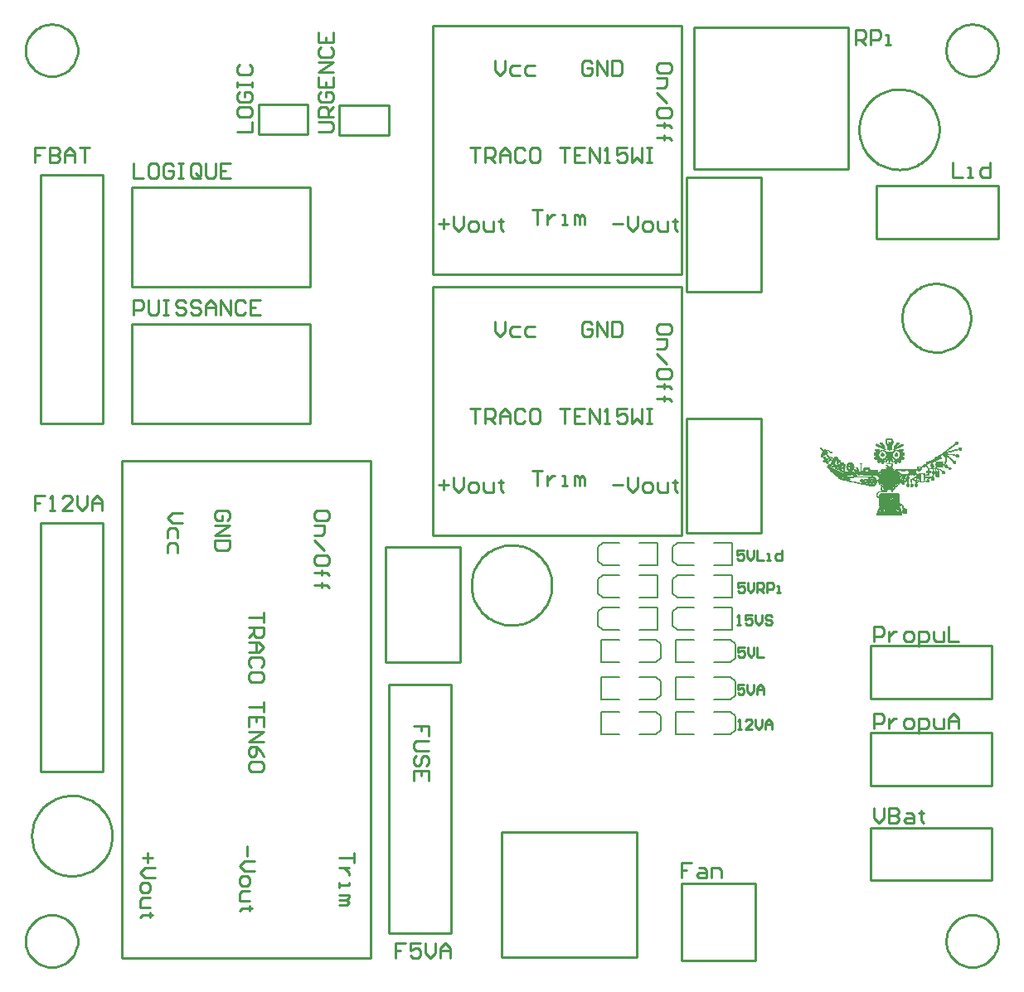
<source format=gto>
G04 Layer_Color=65535*
%FSLAX25Y25*%
%MOIN*%
G70*
G01*
G75*
%ADD35C,0.01000*%
%ADD36C,0.00100*%
%ADD37C,0.00787*%
D35*
X381279Y262500D02*
X381244Y263494D01*
X381136Y264483D01*
X380957Y265462D01*
X380709Y266425D01*
X380391Y267368D01*
X380006Y268286D01*
X379556Y269173D01*
X379043Y270026D01*
X378470Y270839D01*
X377839Y271609D01*
X377155Y272331D01*
X376421Y273002D01*
X375640Y273619D01*
X374816Y274177D01*
X373954Y274674D01*
X373059Y275108D01*
X372135Y275477D01*
X371186Y275777D01*
X370219Y276009D01*
X369237Y276170D01*
X368246Y276259D01*
X367251Y276277D01*
X366258Y276223D01*
X365271Y276098D01*
X364295Y275902D01*
X363337Y275636D01*
X362400Y275301D01*
X361489Y274900D01*
X360610Y274433D01*
X359767Y273905D01*
X358964Y273317D01*
X358206Y272673D01*
X357496Y271976D01*
X356838Y271230D01*
X356236Y270438D01*
X355693Y269604D01*
X355211Y268734D01*
X354793Y267831D01*
X354442Y266900D01*
X354158Y265946D01*
X353944Y264974D01*
X353801Y263990D01*
X353729Y262998D01*
Y262002D01*
X353801Y261010D01*
X353944Y260026D01*
X354158Y259054D01*
X354442Y258100D01*
X354793Y257169D01*
X355211Y256266D01*
X355693Y255396D01*
X356236Y254562D01*
X356838Y253770D01*
X357496Y253024D01*
X358206Y252327D01*
X358964Y251683D01*
X359767Y251095D01*
X360610Y250567D01*
X361489Y250101D01*
X362400Y249699D01*
X363337Y249364D01*
X364295Y249098D01*
X365271Y248902D01*
X366258Y248777D01*
X367251Y248723D01*
X368246Y248741D01*
X369237Y248830D01*
X370219Y248991D01*
X371186Y249223D01*
X372135Y249523D01*
X373059Y249892D01*
X373954Y250326D01*
X374816Y250823D01*
X375640Y251381D01*
X376421Y251998D01*
X377155Y252669D01*
X377839Y253391D01*
X378470Y254161D01*
X379043Y254974D01*
X379556Y255827D01*
X380006Y256714D01*
X380391Y257632D01*
X380709Y258575D01*
X380957Y259538D01*
X381136Y260517D01*
X381244Y261506D01*
X381279Y262500D01*
X392362Y370079D02*
X392315Y371074D01*
X392173Y372061D01*
X391938Y373029D01*
X391612Y373971D01*
X391198Y374878D01*
X390700Y375741D01*
X390122Y376552D01*
X389469Y377306D01*
X388748Y377993D01*
X387964Y378609D01*
X387126Y379148D01*
X386240Y379605D01*
X385315Y379975D01*
X384359Y380256D01*
X383380Y380445D01*
X382388Y380539D01*
X381392D01*
X380399Y380445D01*
X379421Y380256D01*
X378465Y379975D01*
X377539Y379605D01*
X376654Y379148D01*
X375815Y378609D01*
X375032Y377993D01*
X374310Y377306D01*
X373658Y376552D01*
X373080Y375741D01*
X372582Y374878D01*
X372167Y373971D01*
X371842Y373029D01*
X371607Y372061D01*
X371465Y371074D01*
X371417Y370079D01*
X371465Y369083D01*
X371607Y368097D01*
X371842Y367128D01*
X372167Y366186D01*
X372582Y365280D01*
X373080Y364417D01*
X373658Y363605D01*
X374310Y362852D01*
X375032Y362164D01*
X375815Y361548D01*
X376654Y361009D01*
X377539Y360553D01*
X378465Y360182D01*
X379421Y359901D01*
X380399Y359713D01*
X381392Y359618D01*
X382388D01*
X383380Y359713D01*
X384359Y359901D01*
X385315Y360182D01*
X386240Y360553D01*
X387126Y361009D01*
X387964Y361548D01*
X388748Y362164D01*
X389469Y362852D01*
X390122Y363605D01*
X390700Y364417D01*
X391198Y365280D01*
X391612Y366186D01*
X391938Y367128D01*
X392173Y368097D01*
X392315Y369083D01*
X392362Y370079D01*
X22284Y11811D02*
X22236Y12807D01*
X22094Y13793D01*
X21859Y14761D01*
X21533Y15703D01*
X21119Y16610D01*
X20621Y17473D01*
X20043Y18285D01*
X19390Y19038D01*
X18669Y19726D01*
X17886Y20342D01*
X17047Y20880D01*
X16161Y21337D01*
X15236Y21708D01*
X14280Y21988D01*
X13301Y22177D01*
X12309Y22272D01*
X11313D01*
X10321Y22177D01*
X9342Y21988D01*
X8386Y21708D01*
X7461Y21337D01*
X6575Y20880D01*
X5736Y20342D01*
X4953Y19726D01*
X4232Y19038D01*
X3579Y18285D01*
X3001Y17473D01*
X2503Y16610D01*
X2089Y15703D01*
X1763Y14761D01*
X1528Y13793D01*
X1386Y12807D01*
X1339Y11811D01*
X1386Y10816D01*
X1528Y9829D01*
X1763Y8861D01*
X2089Y7919D01*
X2503Y7012D01*
X3001Y6149D01*
X3579Y5337D01*
X4232Y4584D01*
X4953Y3897D01*
X5736Y3280D01*
X6575Y2742D01*
X7461Y2285D01*
X8386Y1915D01*
X9342Y1634D01*
X10321Y1445D01*
X11313Y1350D01*
X12309D01*
X13301Y1445D01*
X14280Y1634D01*
X15236Y1915D01*
X16161Y2285D01*
X17047Y2742D01*
X17886Y3280D01*
X18669Y3897D01*
X19390Y4584D01*
X20043Y5337D01*
X20621Y6149D01*
X21119Y7012D01*
X21533Y7919D01*
X21859Y8861D01*
X22094Y9829D01*
X22236Y10816D01*
X22284Y11811D01*
Y370079D02*
X22236Y371074D01*
X22094Y372061D01*
X21859Y373029D01*
X21533Y373971D01*
X21119Y374878D01*
X20621Y375741D01*
X20043Y376552D01*
X19390Y377306D01*
X18669Y377993D01*
X17886Y378609D01*
X17047Y379148D01*
X16161Y379605D01*
X15236Y379975D01*
X14280Y380256D01*
X13301Y380445D01*
X12309Y380539D01*
X11313D01*
X10321Y380445D01*
X9342Y380256D01*
X8386Y379975D01*
X7461Y379605D01*
X6575Y379148D01*
X5736Y378609D01*
X4953Y377993D01*
X4232Y377306D01*
X3579Y376552D01*
X3001Y375741D01*
X2503Y374878D01*
X2089Y373971D01*
X1763Y373029D01*
X1528Y372061D01*
X1386Y371074D01*
X1339Y370079D01*
X1386Y369083D01*
X1528Y368097D01*
X1763Y367128D01*
X2089Y366186D01*
X2503Y365280D01*
X3001Y364417D01*
X3579Y363605D01*
X4232Y362852D01*
X4953Y362164D01*
X5736Y361548D01*
X6575Y361009D01*
X7461Y360553D01*
X8386Y360182D01*
X9342Y359901D01*
X10321Y359713D01*
X11313Y359618D01*
X12309D01*
X13301Y359713D01*
X14280Y359901D01*
X15236Y360182D01*
X16161Y360553D01*
X17047Y361009D01*
X17886Y361548D01*
X18669Y362164D01*
X19390Y362852D01*
X20043Y363605D01*
X20621Y364417D01*
X21119Y365280D01*
X21533Y366186D01*
X21859Y367128D01*
X22094Y368097D01*
X22236Y369083D01*
X22284Y370079D01*
X392362Y11811D02*
X392315Y12807D01*
X392173Y13793D01*
X391938Y14761D01*
X391612Y15703D01*
X391198Y16610D01*
X390700Y17473D01*
X390122Y18285D01*
X389469Y19038D01*
X388748Y19726D01*
X387964Y20342D01*
X387126Y20880D01*
X386240Y21337D01*
X385315Y21708D01*
X384359Y21988D01*
X383380Y22177D01*
X382388Y22272D01*
X381392D01*
X380399Y22177D01*
X379421Y21988D01*
X378465Y21708D01*
X377539Y21337D01*
X376654Y20880D01*
X375815Y20342D01*
X375032Y19726D01*
X374310Y19038D01*
X373658Y18285D01*
X373080Y17473D01*
X372582Y16610D01*
X372167Y15703D01*
X371842Y14761D01*
X371607Y13793D01*
X371465Y12807D01*
X371417Y11811D01*
X371465Y10816D01*
X371607Y9829D01*
X371842Y8861D01*
X372167Y7919D01*
X372582Y7012D01*
X373080Y6149D01*
X373658Y5337D01*
X374310Y4584D01*
X375032Y3897D01*
X375815Y3280D01*
X376654Y2742D01*
X377539Y2285D01*
X378465Y1915D01*
X379421Y1634D01*
X380399Y1445D01*
X381392Y1350D01*
X382388D01*
X383380Y1445D01*
X384359Y1634D01*
X385315Y1915D01*
X386240Y2285D01*
X387126Y2742D01*
X387964Y3280D01*
X388748Y3897D01*
X389469Y4584D01*
X390122Y5337D01*
X390700Y6149D01*
X391198Y7012D01*
X391612Y7919D01*
X391938Y8861D01*
X392173Y9829D01*
X392315Y10816D01*
X392362Y11811D01*
X212835Y155000D02*
X212803Y156003D01*
X212710Y157003D01*
X212554Y157995D01*
X212337Y158975D01*
X212060Y159940D01*
X211723Y160886D01*
X211328Y161809D01*
X210876Y162706D01*
X210370Y163573D01*
X209811Y164406D01*
X209200Y165204D01*
X208542Y165962D01*
X207838Y166677D01*
X207090Y167347D01*
X206302Y167970D01*
X205477Y168542D01*
X204618Y169062D01*
X203729Y169528D01*
X202812Y169937D01*
X201872Y170288D01*
X200911Y170581D01*
X199934Y170813D01*
X198945Y170984D01*
X197947Y171093D01*
X196944Y171140D01*
X195940Y171124D01*
X194939Y171046D01*
X193945Y170906D01*
X192961Y170704D01*
X191992Y170442D01*
X191041Y170120D01*
X190112Y169739D01*
X189209Y169302D01*
X188334Y168809D01*
X187492Y168262D01*
X186685Y167665D01*
X185917Y167018D01*
X185191Y166325D01*
X184509Y165588D01*
X183874Y164810D01*
X183289Y163994D01*
X182756Y163143D01*
X182276Y162261D01*
X181853Y161351D01*
X181487Y160416D01*
X181180Y159460D01*
X180932Y158487D01*
X180746Y157500D01*
X180621Y156504D01*
X180559Y155502D01*
Y154498D01*
X180621Y153496D01*
X180746Y152500D01*
X180932Y151513D01*
X181180Y150540D01*
X181487Y149584D01*
X181853Y148649D01*
X182276Y147739D01*
X182756Y146857D01*
X183289Y146006D01*
X183874Y145190D01*
X184509Y144412D01*
X185191Y143675D01*
X185917Y142982D01*
X186685Y142335D01*
X187492Y141738D01*
X188334Y141191D01*
X189209Y140698D01*
X190112Y140261D01*
X191041Y139880D01*
X191992Y139558D01*
X192961Y139295D01*
X193945Y139094D01*
X194939Y138954D01*
X195940Y138876D01*
X196944Y138860D01*
X197947Y138907D01*
X198945Y139016D01*
X199934Y139187D01*
X200911Y139419D01*
X201872Y139712D01*
X202812Y140063D01*
X203729Y140472D01*
X204619Y140938D01*
X205477Y141458D01*
X206302Y142030D01*
X207090Y142653D01*
X207838Y143323D01*
X208542Y144038D01*
X209201Y144796D01*
X209811Y145594D01*
X210370Y146427D01*
X210877Y147294D01*
X211328Y148191D01*
X211723Y149114D01*
X212060Y150060D01*
X212337Y151025D01*
X212554Y152005D01*
X212710Y152997D01*
X212803Y153997D01*
X212835Y155000D01*
X368642Y338307D02*
X368611Y339311D01*
X368517Y340310D01*
X368361Y341302D01*
X368144Y342283D01*
X367867Y343247D01*
X367530Y344193D01*
X367135Y345116D01*
X366684Y346013D01*
X366177Y346880D01*
X365618Y347713D01*
X365007Y348511D01*
X364349Y349269D01*
X363645Y349984D01*
X362897Y350654D01*
X362109Y351277D01*
X361284Y351849D01*
X360425Y352369D01*
X359536Y352835D01*
X358619Y353244D01*
X357679Y353595D01*
X356718Y353888D01*
X355741Y354120D01*
X354752Y354291D01*
X353754Y354400D01*
X352751Y354447D01*
X351747Y354431D01*
X350746Y354353D01*
X349752Y354213D01*
X348768Y354012D01*
X347799Y353749D01*
X346848Y353427D01*
X345919Y353046D01*
X345016Y352609D01*
X344141Y352116D01*
X343299Y351570D01*
X342492Y350972D01*
X341724Y350325D01*
X340998Y349632D01*
X340316Y348895D01*
X339681Y348117D01*
X339096Y347301D01*
X338563Y346450D01*
X338084Y345568D01*
X337660Y344658D01*
X337294Y343723D01*
X336987Y342767D01*
X336739Y341794D01*
X336553Y340807D01*
X336428Y339811D01*
X336366Y338809D01*
Y337805D01*
X336428Y336803D01*
X336553Y335807D01*
X336739Y334820D01*
X336987Y333847D01*
X337294Y332891D01*
X337660Y331956D01*
X338084Y331046D01*
X338563Y330164D01*
X339096Y329313D01*
X339681Y328497D01*
X340316Y327719D01*
X340998Y326982D01*
X341724Y326289D01*
X342492Y325642D01*
X343299Y325045D01*
X344141Y324498D01*
X345016Y324005D01*
X345919Y323568D01*
X346848Y323187D01*
X347799Y322865D01*
X348768Y322603D01*
X349752Y322401D01*
X350746Y322261D01*
X351747Y322183D01*
X352751Y322167D01*
X353754Y322214D01*
X354752Y322323D01*
X355741Y322494D01*
X356718Y322726D01*
X357679Y323019D01*
X358619Y323370D01*
X359536Y323780D01*
X360426Y324245D01*
X361284Y324765D01*
X362109Y325337D01*
X362897Y325960D01*
X363645Y326630D01*
X364349Y327345D01*
X365008Y328103D01*
X365618Y328901D01*
X366177Y329734D01*
X366684Y330601D01*
X367135Y331498D01*
X367530Y332421D01*
X367867Y333367D01*
X368145Y334332D01*
X368361Y335312D01*
X368517Y336304D01*
X368611Y337304D01*
X368642Y338307D01*
X36142Y54193D02*
X36110Y55196D01*
X36017Y56196D01*
X35861Y57188D01*
X35645Y58168D01*
X35367Y59133D01*
X35030Y60079D01*
X34635Y61002D01*
X34184Y61899D01*
X33677Y62766D01*
X33118Y63599D01*
X32508Y64397D01*
X31849Y65154D01*
X31145Y65870D01*
X30397Y66540D01*
X29609Y67163D01*
X28784Y67735D01*
X27926Y68255D01*
X27036Y68721D01*
X26119Y69130D01*
X25179Y69481D01*
X24218Y69774D01*
X23241Y70006D01*
X22252Y70177D01*
X21254Y70286D01*
X20251Y70333D01*
X19247Y70317D01*
X18246Y70239D01*
X17252Y70099D01*
X16268Y69897D01*
X15299Y69635D01*
X14348Y69313D01*
X13419Y68932D01*
X12516Y68495D01*
X11641Y68002D01*
X10799Y67455D01*
X9992Y66858D01*
X9224Y66211D01*
X8498Y65518D01*
X7816Y64781D01*
X7181Y64003D01*
X6596Y63187D01*
X6063Y62336D01*
X5584Y61454D01*
X5160Y60544D01*
X4794Y59609D01*
X4487Y58653D01*
X4239Y57680D01*
X4053Y56693D01*
X3929Y55697D01*
X3866Y54695D01*
Y53691D01*
X3929Y52689D01*
X4053Y51693D01*
X4239Y50706D01*
X4487Y49733D01*
X4794Y48777D01*
X5160Y47842D01*
X5584Y46932D01*
X6063Y46050D01*
X6596Y45199D01*
X7181Y44383D01*
X7816Y43605D01*
X8498Y42868D01*
X9224Y42175D01*
X9992Y41528D01*
X10799Y40931D01*
X11641Y40384D01*
X12516Y39891D01*
X13419Y39454D01*
X14348Y39073D01*
X15299Y38751D01*
X16269Y38488D01*
X17252Y38287D01*
X18246Y38147D01*
X19247Y38069D01*
X20251Y38053D01*
X21254Y38100D01*
X22252Y38209D01*
X23241Y38380D01*
X24218Y38612D01*
X25179Y38905D01*
X26119Y39256D01*
X27036Y39665D01*
X27926Y40131D01*
X28784Y40651D01*
X29609Y41223D01*
X30397Y41846D01*
X31145Y42516D01*
X31849Y43231D01*
X32508Y43989D01*
X33118Y44787D01*
X33677Y45620D01*
X34184Y46487D01*
X34635Y47384D01*
X35030Y48307D01*
X35367Y49253D01*
X35645Y50218D01*
X35862Y51198D01*
X36017Y52190D01*
X36110Y53189D01*
X36142Y54193D01*
X7500Y320000D02*
X32500D01*
X7500Y220000D02*
Y320000D01*
Y220000D02*
X32500D01*
Y320000D01*
X7500Y80000D02*
Y180000D01*
X32500D01*
Y80000D02*
Y180000D01*
X7500Y80000D02*
X32500D01*
X147500Y115000D02*
X172500D01*
X147500Y15000D02*
Y115000D01*
Y15000D02*
X172500D01*
Y115000D01*
X267126Y176024D02*
X297047D01*
Y222087D01*
X267126D02*
X297047D01*
X267126Y176024D02*
Y222087D01*
X266953Y318976D02*
X296874D01*
X266953Y272913D02*
Y318976D01*
X266953Y272913D02*
X296874D01*
X296874D02*
Y318976D01*
X265000Y280000D02*
Y380000D01*
X165000D02*
X265000D01*
X165000Y280000D02*
Y380000D01*
Y280000D02*
X265000D01*
X270000Y322500D02*
X332000D01*
X270000D02*
Y379500D01*
X332000D01*
Y322500D02*
Y379500D01*
X95000Y348315D02*
X114764D01*
X95000Y336315D02*
Y348315D01*
X114764Y336315D02*
Y348315D01*
X95000Y336315D02*
X114764D01*
X247165Y5276D02*
Y55669D01*
X192835Y5276D02*
Y55669D01*
Y5276D02*
X247165D01*
X192835Y55669D02*
X247165D01*
X343406Y294370D02*
Y315630D01*
X392224D01*
X343406Y294370D02*
X370965D01*
X343406D02*
X392224D01*
Y315630D01*
X340905Y74370D02*
Y95630D01*
X389724D01*
X340905Y74370D02*
X368465D01*
X340905D02*
X389724D01*
Y95630D01*
X340905Y36181D02*
Y57441D01*
X389724D01*
X340905Y36181D02*
X368465D01*
X340905D02*
X389724D01*
Y57441D01*
X340905Y109370D02*
Y130630D01*
X389724D01*
X340905Y109370D02*
X368465D01*
X340905D02*
X389724D01*
Y130630D01*
X127500Y348000D02*
X147264D01*
X127500Y336000D02*
Y348000D01*
X147264Y336000D02*
Y348000D01*
X127500Y336000D02*
X147264D01*
X176000Y124000D02*
Y170500D01*
X146158D02*
X176000D01*
X146079Y170421D02*
X146158Y170500D01*
X146079Y124000D02*
Y170421D01*
Y124000D02*
X176000D01*
X140000Y5000D02*
Y205000D01*
X40000Y5000D02*
X140000D01*
X40000D02*
Y205000D01*
X140000D01*
X165000Y175000D02*
X265000D01*
X165000D02*
Y275000D01*
X265000D01*
Y175000D02*
Y275000D01*
X265158Y34921D02*
X294685D01*
Y4016D02*
Y34921D01*
X265158Y4016D02*
X294685D01*
X265158D02*
Y34921D01*
X44200Y219950D02*
Y260050D01*
X115800D01*
Y219950D02*
Y260050D01*
X44200Y219950D02*
X115800D01*
X44200Y274950D02*
X115800D01*
Y315050D01*
X44200D02*
X115800D01*
X44200Y274950D02*
Y315050D01*
X96998Y144000D02*
Y140001D01*
Y142001D01*
X91000D01*
Y138002D02*
X96998D01*
Y135003D01*
X95998Y134003D01*
X93999D01*
X92999Y135003D01*
Y138002D01*
Y136003D02*
X91000Y134003D01*
Y132004D02*
X94999D01*
X96998Y130005D01*
X94999Y128005D01*
X91000D01*
X93999D01*
Y132004D01*
X95998Y122007D02*
X96998Y123007D01*
Y125006D01*
X95998Y126006D01*
X92000D01*
X91000Y125006D01*
Y123007D01*
X92000Y122007D01*
X96998Y117009D02*
Y119008D01*
X95998Y120008D01*
X92000D01*
X91000Y119008D01*
Y117009D01*
X92000Y116009D01*
X95998D01*
X96998Y117009D01*
Y108012D02*
Y104013D01*
Y106012D01*
X91000D01*
X96998Y98015D02*
Y102014D01*
X91000D01*
Y98015D01*
X93999Y102014D02*
Y100014D01*
X91000Y96016D02*
X96998D01*
X91000Y92017D01*
X96998D01*
Y86019D02*
X95998Y88018D01*
X93999Y90017D01*
X92000D01*
X91000Y89018D01*
Y87018D01*
X92000Y86019D01*
X92999D01*
X93999Y87018D01*
Y90017D01*
X95998Y84019D02*
X96998Y83020D01*
Y81020D01*
X95998Y80021D01*
X92000D01*
X91000Y81020D01*
Y83020D01*
X92000Y84019D01*
X95998D01*
X64498Y184000D02*
X60499D01*
X58500Y182001D01*
X60499Y180001D01*
X64498D01*
X62499Y174003D02*
Y177002D01*
X61499Y178002D01*
X59500D01*
X58500Y177002D01*
Y174003D01*
X62499Y168005D02*
Y171004D01*
X61499Y172004D01*
X59500D01*
X58500Y171004D01*
Y168005D01*
X119002Y337500D02*
X124000D01*
X125000Y338500D01*
Y340499D01*
X124000Y341499D01*
X119002D01*
X125000Y343498D02*
X119002D01*
Y346497D01*
X120002Y347497D01*
X122001D01*
X123001Y346497D01*
Y343498D01*
Y345497D02*
X125000Y347497D01*
X120002Y353495D02*
X119002Y352495D01*
Y350496D01*
X120002Y349496D01*
X124000D01*
X125000Y350496D01*
Y352495D01*
X124000Y353495D01*
X122001D01*
Y351496D01*
X119002Y359493D02*
Y355494D01*
X125000D01*
Y359493D01*
X122001Y355494D02*
Y357493D01*
X125000Y361492D02*
X119002D01*
X125000Y365491D01*
X119002D01*
X120002Y371489D02*
X119002Y370489D01*
Y368490D01*
X120002Y367490D01*
X124000D01*
X125000Y368490D01*
Y370489D01*
X124000Y371489D01*
X119002Y377487D02*
Y373488D01*
X125000D01*
Y377487D01*
X122001Y373488D02*
Y375488D01*
X86502Y337500D02*
X92500D01*
Y341499D01*
X86502Y346497D02*
Y344498D01*
X87502Y343498D01*
X91500D01*
X92500Y344498D01*
Y346497D01*
X91500Y347497D01*
X87502D01*
X86502Y346497D01*
X87502Y353495D02*
X86502Y352495D01*
Y350496D01*
X87502Y349496D01*
X91500D01*
X92500Y350496D01*
Y352495D01*
X91500Y353495D01*
X89501D01*
Y351496D01*
X86502Y355494D02*
Y357493D01*
Y356494D01*
X92500D01*
Y355494D01*
Y357493D01*
X87502Y364491D02*
X86502Y363492D01*
Y361492D01*
X87502Y360493D01*
X91500D01*
X92500Y361492D01*
Y363492D01*
X91500Y364491D01*
X44700Y324598D02*
Y318600D01*
X48699D01*
X53697Y324598D02*
X51698D01*
X50698Y323598D01*
Y319600D01*
X51698Y318600D01*
X53697D01*
X54697Y319600D01*
Y323598D01*
X53697Y324598D01*
X60695Y323598D02*
X59695Y324598D01*
X57696D01*
X56696Y323598D01*
Y319600D01*
X57696Y318600D01*
X59695D01*
X60695Y319600D01*
Y321599D01*
X58696D01*
X62694Y324598D02*
X64693D01*
X63694D01*
Y318600D01*
X62694D01*
X64693D01*
X71691Y319600D02*
Y323598D01*
X70692Y324598D01*
X68692D01*
X67693Y323598D01*
Y319600D01*
X68692Y318600D01*
X70692D01*
X69692Y320599D02*
X71691Y318600D01*
X70692D02*
X71691Y319600D01*
X73691Y324598D02*
Y319600D01*
X74690Y318600D01*
X76690D01*
X77689Y319600D01*
Y324598D01*
X83687D02*
X79689D01*
Y318600D01*
X83687D01*
X79689Y321599D02*
X81688D01*
X342500Y132500D02*
Y138498D01*
X345499D01*
X346499Y137498D01*
Y135499D01*
X345499Y134499D01*
X342500D01*
X348498Y136499D02*
Y132500D01*
Y134499D01*
X349498Y135499D01*
X350497Y136499D01*
X351497D01*
X355496Y132500D02*
X357495D01*
X358495Y133500D01*
Y135499D01*
X357495Y136499D01*
X355496D01*
X354496Y135499D01*
Y133500D01*
X355496Y132500D01*
X360494Y130501D02*
Y136499D01*
X363493D01*
X364493Y135499D01*
Y133500D01*
X363493Y132500D01*
X360494D01*
X366492Y136499D02*
Y133500D01*
X367492Y132500D01*
X370491D01*
Y136499D01*
X372490Y138498D02*
Y132500D01*
X376489D01*
X342500Y65309D02*
Y61310D01*
X344499Y59311D01*
X346499Y61310D01*
Y65309D01*
X348498D02*
Y59311D01*
X351497D01*
X352497Y60311D01*
Y61310D01*
X351497Y62310D01*
X348498D01*
X351497D01*
X352497Y63310D01*
Y64309D01*
X351497Y65309D01*
X348498D01*
X355496Y63310D02*
X357495D01*
X358495Y62310D01*
Y59311D01*
X355496D01*
X354496Y60311D01*
X355496Y61310D01*
X358495D01*
X361494Y64309D02*
Y63310D01*
X360494D01*
X362493D01*
X361494D01*
Y60311D01*
X362493Y59311D01*
X342500Y97500D02*
Y103498D01*
X345499D01*
X346499Y102498D01*
Y100499D01*
X345499Y99499D01*
X342500D01*
X348498Y101499D02*
Y97500D01*
Y99499D01*
X349498Y100499D01*
X350497Y101499D01*
X351497D01*
X355496Y97500D02*
X357495D01*
X358495Y98500D01*
Y100499D01*
X357495Y101499D01*
X355496D01*
X354496Y100499D01*
Y98500D01*
X355496Y97500D01*
X360494Y95501D02*
Y101499D01*
X363493D01*
X364493Y100499D01*
Y98500D01*
X363493Y97500D01*
X360494D01*
X366492Y101499D02*
Y98500D01*
X367492Y97500D01*
X370491D01*
Y101499D01*
X372490Y97500D02*
Y101499D01*
X374490Y103498D01*
X376489Y101499D01*
Y97500D01*
Y100499D01*
X372490D01*
X44700Y263600D02*
Y269598D01*
X47699D01*
X48699Y268598D01*
Y266599D01*
X47699Y265599D01*
X44700D01*
X50698Y269598D02*
Y264600D01*
X51698Y263600D01*
X53697D01*
X54697Y264600D01*
Y269598D01*
X56696D02*
X58696D01*
X57696D01*
Y263600D01*
X56696D01*
X58696D01*
X65693Y268598D02*
X64693Y269598D01*
X62694D01*
X61695Y268598D01*
Y267599D01*
X62694Y266599D01*
X64693D01*
X65693Y265599D01*
Y264600D01*
X64693Y263600D01*
X62694D01*
X61695Y264600D01*
X71691Y268598D02*
X70692Y269598D01*
X68692D01*
X67693Y268598D01*
Y267599D01*
X68692Y266599D01*
X70692D01*
X71691Y265599D01*
Y264600D01*
X70692Y263600D01*
X68692D01*
X67693Y264600D01*
X73691Y263600D02*
Y267599D01*
X75690Y269598D01*
X77689Y267599D01*
Y263600D01*
Y266599D01*
X73691D01*
X79689Y263600D02*
Y269598D01*
X83687Y263600D01*
Y269598D01*
X89685Y268598D02*
X88686Y269598D01*
X86686D01*
X85687Y268598D01*
Y264600D01*
X86686Y263600D01*
X88686D01*
X89685Y264600D01*
X95683Y269598D02*
X91685D01*
Y263600D01*
X95683D01*
X91685Y266599D02*
X93684D01*
X335000Y372500D02*
Y378498D01*
X337999D01*
X338999Y377498D01*
Y375499D01*
X337999Y374499D01*
X335000D01*
X336999D02*
X338999Y372500D01*
X340998D02*
Y378498D01*
X343997D01*
X344997Y377498D01*
Y375499D01*
X343997Y374499D01*
X340998D01*
X346996Y372500D02*
X348995D01*
X347996D01*
Y376499D01*
X346996D01*
X153999Y10998D02*
X150000D01*
Y7999D01*
X151999D01*
X150000D01*
Y5000D01*
X159997Y10998D02*
X155998D01*
Y7999D01*
X157997Y8999D01*
X158997D01*
X159997Y7999D01*
Y6000D01*
X158997Y5000D01*
X156998D01*
X155998Y6000D01*
X161996Y10998D02*
Y6999D01*
X163996Y5000D01*
X165995Y6999D01*
Y10998D01*
X167994Y5000D02*
Y8999D01*
X169993Y10998D01*
X171993Y8999D01*
Y5000D01*
Y7999D01*
X167994D01*
X8999Y190998D02*
X5000D01*
Y187999D01*
X6999D01*
X5000D01*
Y185000D01*
X10998D02*
X12997D01*
X11998D01*
Y190998D01*
X10998Y189998D01*
X19995Y185000D02*
X15996D01*
X19995Y188999D01*
Y189998D01*
X18995Y190998D01*
X16996D01*
X15996Y189998D01*
X21994Y190998D02*
Y186999D01*
X23994Y185000D01*
X25993Y186999D01*
Y190998D01*
X27993Y185000D02*
Y188999D01*
X29992Y190998D01*
X31991Y188999D01*
Y185000D01*
Y187999D01*
X27993D01*
X8999Y330998D02*
X5000D01*
Y327999D01*
X6999D01*
X5000D01*
Y325000D01*
X10998Y330998D02*
Y325000D01*
X13997D01*
X14997Y326000D01*
Y326999D01*
X13997Y327999D01*
X10998D01*
X13997D01*
X14997Y328999D01*
Y329998D01*
X13997Y330998D01*
X10998D01*
X16996Y325000D02*
Y328999D01*
X18995Y330998D01*
X20995Y328999D01*
Y325000D01*
Y327999D01*
X16996D01*
X22994Y330998D02*
X26993D01*
X24994D01*
Y325000D01*
X374016Y324896D02*
Y318898D01*
X378014D01*
X380014D02*
X382013D01*
X381013D01*
Y322896D01*
X380014D01*
X389011Y324896D02*
Y318898D01*
X386012D01*
X385012Y319897D01*
Y321897D01*
X386012Y322896D01*
X389011D01*
X268999Y43498D02*
X265000D01*
Y40499D01*
X266999D01*
X265000D01*
Y37500D01*
X271998Y41499D02*
X273997D01*
X274997Y40499D01*
Y37500D01*
X271998D01*
X270998Y38500D01*
X271998Y39499D01*
X274997D01*
X276996Y37500D02*
Y41499D01*
X279995D01*
X280995Y40499D01*
Y37500D01*
X287563Y97000D02*
X288875D01*
X288219D01*
Y100936D01*
X287563Y100280D01*
X293467Y97000D02*
X290843D01*
X293467Y99624D01*
Y100280D01*
X292811Y100936D01*
X291499D01*
X290843Y100280D01*
X294778Y100936D02*
Y98312D01*
X296090Y97000D01*
X297402Y98312D01*
Y100936D01*
X298714Y97000D02*
Y99624D01*
X300026Y100936D01*
X301338Y99624D01*
Y97000D01*
Y98968D01*
X298714D01*
X290187Y114936D02*
X287563D01*
Y112968D01*
X288875Y113624D01*
X289531D01*
X290187Y112968D01*
Y111656D01*
X289531Y111000D01*
X288219D01*
X287563Y111656D01*
X291499Y114936D02*
Y112312D01*
X292811Y111000D01*
X294123Y112312D01*
Y114936D01*
X295434Y111000D02*
Y113624D01*
X296746Y114936D01*
X298058Y113624D01*
Y111000D01*
Y112968D01*
X295434D01*
X290250Y129936D02*
X287626D01*
Y127968D01*
X288938Y128624D01*
X289594D01*
X290250Y127968D01*
Y126656D01*
X289594Y126000D01*
X288282D01*
X287626Y126656D01*
X291562Y129936D02*
Y127312D01*
X292874Y126000D01*
X294186Y127312D01*
Y129936D01*
X295497D02*
Y126000D01*
X298121D01*
X287500Y139000D02*
X288812D01*
X288156D01*
Y142936D01*
X287500Y142280D01*
X293404Y142936D02*
X290780D01*
Y140968D01*
X292092Y141624D01*
X292748D01*
X293404Y140968D01*
Y139656D01*
X292748Y139000D01*
X291436D01*
X290780Y139656D01*
X294715Y142936D02*
Y140312D01*
X296027Y139000D01*
X297339Y140312D01*
Y142936D01*
X301275Y142280D02*
X300619Y142936D01*
X299307D01*
X298651Y142280D01*
Y141624D01*
X299307Y140968D01*
X300619D01*
X301275Y140312D01*
Y139656D01*
X300619Y139000D01*
X299307D01*
X298651Y139656D01*
X290234Y155936D02*
X287610D01*
Y153968D01*
X288922Y154624D01*
X289578D01*
X290234Y153968D01*
Y152656D01*
X289578Y152000D01*
X288266D01*
X287610Y152656D01*
X291546Y155936D02*
Y153312D01*
X292858Y152000D01*
X294170Y153312D01*
Y155936D01*
X295482Y152000D02*
Y155936D01*
X297450D01*
X298106Y155280D01*
Y153968D01*
X297450Y153312D01*
X295482D01*
X296794D02*
X298106Y152000D01*
X299417D02*
Y155936D01*
X301385D01*
X302041Y155280D01*
Y153968D01*
X301385Y153312D01*
X299417D01*
X303353Y152000D02*
X304665D01*
X304009D01*
Y154624D01*
X303353D01*
X290124Y168936D02*
X287500D01*
Y166968D01*
X288812Y167624D01*
X289468D01*
X290124Y166968D01*
Y165656D01*
X289468Y165000D01*
X288156D01*
X287500Y165656D01*
X291436Y168936D02*
Y166312D01*
X292748Y165000D01*
X294060Y166312D01*
Y168936D01*
X295372D02*
Y165000D01*
X297995D01*
X299307D02*
X300619D01*
X299963D01*
Y167624D01*
X299307D01*
X305211Y168936D02*
Y165000D01*
X303243D01*
X302587Y165656D01*
Y166968D01*
X303243Y167624D01*
X305211D01*
X82498Y181001D02*
X83498Y182001D01*
Y184000D01*
X82498Y185000D01*
X78500D01*
X77500Y184000D01*
Y182001D01*
X78500Y181001D01*
X80499D01*
Y183001D01*
X77500Y179002D02*
X83498D01*
X77500Y175003D01*
X83498D01*
Y173004D02*
X77500D01*
Y170005D01*
X78500Y169005D01*
X82498D01*
X83498Y170005D01*
Y173004D01*
X123498Y182001D02*
Y184000D01*
X122498Y185000D01*
X118500D01*
X117500Y184000D01*
Y182001D01*
X118500Y181001D01*
X122498D01*
X123498Y182001D01*
X117500Y179002D02*
X121499D01*
Y176003D01*
X120499Y175003D01*
X117500D01*
Y173004D02*
X121499Y169005D01*
X123498Y164007D02*
Y166006D01*
X122498Y167006D01*
X118500D01*
X117500Y166006D01*
Y164007D01*
X118500Y163007D01*
X122498D01*
X123498Y164007D01*
X117500Y160008D02*
X122498D01*
X120499D01*
Y161008D01*
Y159008D01*
Y160008D01*
X122498D01*
X123498Y159008D01*
X117500Y155010D02*
X122498D01*
X120499D01*
Y156009D01*
Y154010D01*
Y155010D01*
X122498D01*
X123498Y154010D01*
X50499Y47500D02*
Y43501D01*
X52498Y45501D02*
X48500D01*
X53498Y41502D02*
X49499D01*
X47500Y39503D01*
X49499Y37503D01*
X53498D01*
X47500Y34504D02*
Y32505D01*
X48500Y31505D01*
X50499D01*
X51499Y32505D01*
Y34504D01*
X50499Y35504D01*
X48500D01*
X47500Y34504D01*
X51499Y29506D02*
X48500D01*
X47500Y28506D01*
Y25507D01*
X51499D01*
X52498Y22508D02*
X51499D01*
Y23508D01*
Y21508D01*
Y22508D01*
X48500D01*
X47500Y21508D01*
X90499Y50000D02*
Y46001D01*
X93498Y44002D02*
X89499D01*
X87500Y42003D01*
X89499Y40003D01*
X93498D01*
X87500Y37004D02*
Y35005D01*
X88500Y34005D01*
X90499D01*
X91499Y35005D01*
Y37004D01*
X90499Y38004D01*
X88500D01*
X87500Y37004D01*
X91499Y32006D02*
X88500D01*
X87500Y31006D01*
Y28007D01*
X91499D01*
X92498Y25008D02*
X91499D01*
Y26008D01*
Y24008D01*
Y25008D01*
X88500D01*
X87500Y24008D01*
X133498Y47500D02*
Y43501D01*
Y45501D01*
X127500D01*
X131499Y41502D02*
X127500D01*
X129499D01*
X130499Y40502D01*
X131499Y39503D01*
Y38503D01*
X127500Y35504D02*
Y33505D01*
Y34504D01*
X131499D01*
Y35504D01*
X127500Y30505D02*
X131499D01*
Y29506D01*
X130499Y28506D01*
X127500D01*
X130499D01*
X131499Y27507D01*
X130499Y26507D01*
X127500D01*
X180000Y330998D02*
X183999D01*
X181999D01*
Y325000D01*
X185998D02*
Y330998D01*
X188997D01*
X189997Y329998D01*
Y327999D01*
X188997Y326999D01*
X185998D01*
X187997D02*
X189997Y325000D01*
X191996D02*
Y328999D01*
X193995Y330998D01*
X195995Y328999D01*
Y325000D01*
Y327999D01*
X191996D01*
X201993Y329998D02*
X200993Y330998D01*
X198994D01*
X197994Y329998D01*
Y326000D01*
X198994Y325000D01*
X200993D01*
X201993Y326000D01*
X206991Y330998D02*
X204992D01*
X203992Y329998D01*
Y326000D01*
X204992Y325000D01*
X206991D01*
X207991Y326000D01*
Y329998D01*
X206991Y330998D01*
X215988D02*
X219987D01*
X217988D01*
Y325000D01*
X225985Y330998D02*
X221986D01*
Y325000D01*
X225985D01*
X221986Y327999D02*
X223986D01*
X227984Y325000D02*
Y330998D01*
X231983Y325000D01*
Y330998D01*
X233982Y325000D02*
X235982D01*
X234982D01*
Y330998D01*
X233982Y329998D01*
X242980Y330998D02*
X238981D01*
Y327999D01*
X240980Y328999D01*
X241980D01*
X242980Y327999D01*
Y326000D01*
X241980Y325000D01*
X239981D01*
X238981Y326000D01*
X244979Y330998D02*
Y325000D01*
X246978Y326999D01*
X248978Y325000D01*
Y330998D01*
X250977D02*
X252976D01*
X251977D01*
Y325000D01*
X250977D01*
X252976D01*
X167500Y300499D02*
X171499D01*
X169499Y302498D02*
Y298500D01*
X173498Y303498D02*
Y299499D01*
X175497Y297500D01*
X177497Y299499D01*
Y303498D01*
X180496Y297500D02*
X182495D01*
X183495Y298500D01*
Y300499D01*
X182495Y301499D01*
X180496D01*
X179496Y300499D01*
Y298500D01*
X180496Y297500D01*
X185494Y301499D02*
Y298500D01*
X186494Y297500D01*
X189493D01*
Y301499D01*
X192492Y302498D02*
Y301499D01*
X191492D01*
X193492D01*
X192492D01*
Y298500D01*
X193492Y297500D01*
X205000Y305998D02*
X208999D01*
X206999D01*
Y300000D01*
X210998Y303999D02*
Y300000D01*
Y301999D01*
X211998Y302999D01*
X212997Y303999D01*
X213997D01*
X216996Y300000D02*
X218995D01*
X217996D01*
Y303999D01*
X216996D01*
X221994Y300000D02*
Y303999D01*
X222994D01*
X223994Y302999D01*
Y300000D01*
Y302999D01*
X224993Y303999D01*
X225993Y302999D01*
Y300000D01*
X237500Y300499D02*
X241499D01*
X243498Y303498D02*
Y299499D01*
X245497Y297500D01*
X247497Y299499D01*
Y303498D01*
X250496Y297500D02*
X252495D01*
X253495Y298500D01*
Y300499D01*
X252495Y301499D01*
X250496D01*
X249496Y300499D01*
Y298500D01*
X250496Y297500D01*
X255494Y301499D02*
Y298500D01*
X256494Y297500D01*
X259493D01*
Y301499D01*
X262492Y302498D02*
Y301499D01*
X261492D01*
X263492D01*
X262492D01*
Y298500D01*
X263492Y297500D01*
X190000Y365998D02*
Y361999D01*
X191999Y360000D01*
X193999Y361999D01*
Y365998D01*
X199997Y363999D02*
X196998D01*
X195998Y362999D01*
Y361000D01*
X196998Y360000D01*
X199997D01*
X205995Y363999D02*
X202996D01*
X201996Y362999D01*
Y361000D01*
X202996Y360000D01*
X205995D01*
X228999Y364998D02*
X227999Y365998D01*
X226000D01*
X225000Y364998D01*
Y361000D01*
X226000Y360000D01*
X227999D01*
X228999Y361000D01*
Y362999D01*
X226999D01*
X230998Y360000D02*
Y365998D01*
X234997Y360000D01*
Y365998D01*
X236996D02*
Y360000D01*
X239995D01*
X240995Y361000D01*
Y364998D01*
X239995Y365998D01*
X236996D01*
X260998Y362001D02*
Y364000D01*
X259998Y365000D01*
X256000D01*
X255000Y364000D01*
Y362001D01*
X256000Y361001D01*
X259998D01*
X260998Y362001D01*
X255000Y359002D02*
X258999D01*
Y356003D01*
X257999Y355003D01*
X255000D01*
Y353004D02*
X258999Y349005D01*
X260998Y344007D02*
Y346006D01*
X259998Y347006D01*
X256000D01*
X255000Y346006D01*
Y344007D01*
X256000Y343007D01*
X259998D01*
X260998Y344007D01*
X255000Y340008D02*
X259998D01*
X257999D01*
Y341008D01*
Y339008D01*
Y340008D01*
X259998D01*
X260998Y339008D01*
X255000Y335010D02*
X259998D01*
X257999D01*
Y336009D01*
Y334010D01*
Y335010D01*
X259998D01*
X260998Y334010D01*
X163478Y94427D02*
Y98425D01*
X160479D01*
Y96426D01*
Y98425D01*
X157480D01*
X163478Y92427D02*
X158480D01*
X157480Y91427D01*
Y89428D01*
X158480Y88428D01*
X163478D01*
X162479Y82430D02*
X163478Y83430D01*
Y85429D01*
X162479Y86429D01*
X161479D01*
X160479Y85429D01*
Y83430D01*
X159480Y82430D01*
X158480D01*
X157480Y83430D01*
Y85429D01*
X158480Y86429D01*
X163478Y76432D02*
Y80431D01*
X157480D01*
Y76432D01*
X160479Y80431D02*
Y78432D01*
X260998Y257001D02*
Y259000D01*
X259998Y260000D01*
X256000D01*
X255000Y259000D01*
Y257001D01*
X256000Y256001D01*
X259998D01*
X260998Y257001D01*
X255000Y254002D02*
X258999D01*
Y251003D01*
X257999Y250003D01*
X255000D01*
Y248004D02*
X258999Y244005D01*
X260998Y239007D02*
Y241006D01*
X259998Y242006D01*
X256000D01*
X255000Y241006D01*
Y239007D01*
X256000Y238007D01*
X259998D01*
X260998Y239007D01*
X255000Y235008D02*
X259998D01*
X257999D01*
Y236008D01*
Y234008D01*
Y235008D01*
X259998D01*
X260998Y234008D01*
X255000Y230010D02*
X259998D01*
X257999D01*
Y231009D01*
Y229010D01*
Y230010D01*
X259998D01*
X260998Y229010D01*
X228999Y259998D02*
X227999Y260998D01*
X226000D01*
X225000Y259998D01*
Y256000D01*
X226000Y255000D01*
X227999D01*
X228999Y256000D01*
Y257999D01*
X226999D01*
X230998Y255000D02*
Y260998D01*
X234997Y255000D01*
Y260998D01*
X236996D02*
Y255000D01*
X239995D01*
X240995Y256000D01*
Y259998D01*
X239995Y260998D01*
X236996D01*
X190000D02*
Y256999D01*
X191999Y255000D01*
X193999Y256999D01*
Y260998D01*
X199997Y258999D02*
X196998D01*
X195998Y257999D01*
Y256000D01*
X196998Y255000D01*
X199997D01*
X205995Y258999D02*
X202996D01*
X201996Y257999D01*
Y256000D01*
X202996Y255000D01*
X205995D01*
X237500Y195499D02*
X241499D01*
X243498Y198498D02*
Y194499D01*
X245497Y192500D01*
X247497Y194499D01*
Y198498D01*
X250496Y192500D02*
X252495D01*
X253495Y193500D01*
Y195499D01*
X252495Y196499D01*
X250496D01*
X249496Y195499D01*
Y193500D01*
X250496Y192500D01*
X255494Y196499D02*
Y193500D01*
X256494Y192500D01*
X259493D01*
Y196499D01*
X262492Y197498D02*
Y196499D01*
X261492D01*
X263492D01*
X262492D01*
Y193500D01*
X263492Y192500D01*
X205000Y200998D02*
X208999D01*
X206999D01*
Y195000D01*
X210998Y198999D02*
Y195000D01*
Y196999D01*
X211998Y197999D01*
X212997Y198999D01*
X213997D01*
X216996Y195000D02*
X218995D01*
X217996D01*
Y198999D01*
X216996D01*
X221994Y195000D02*
Y198999D01*
X222994D01*
X223994Y197999D01*
Y195000D01*
Y197999D01*
X224993Y198999D01*
X225993Y197999D01*
Y195000D01*
X167500Y195499D02*
X171499D01*
X169499Y197498D02*
Y193500D01*
X173498Y198498D02*
Y194499D01*
X175497Y192500D01*
X177497Y194499D01*
Y198498D01*
X180496Y192500D02*
X182495D01*
X183495Y193500D01*
Y195499D01*
X182495Y196499D01*
X180496D01*
X179496Y195499D01*
Y193500D01*
X180496Y192500D01*
X185494Y196499D02*
Y193500D01*
X186494Y192500D01*
X189493D01*
Y196499D01*
X192492Y197498D02*
Y196499D01*
X191492D01*
X193492D01*
X192492D01*
Y193500D01*
X193492Y192500D01*
X180000Y225998D02*
X183999D01*
X181999D01*
Y220000D01*
X185998D02*
Y225998D01*
X188997D01*
X189997Y224998D01*
Y222999D01*
X188997Y221999D01*
X185998D01*
X187997D02*
X189997Y220000D01*
X191996D02*
Y223999D01*
X193995Y225998D01*
X195995Y223999D01*
Y220000D01*
Y222999D01*
X191996D01*
X201993Y224998D02*
X200993Y225998D01*
X198994D01*
X197994Y224998D01*
Y221000D01*
X198994Y220000D01*
X200993D01*
X201993Y221000D01*
X206991Y225998D02*
X204992D01*
X203992Y224998D01*
Y221000D01*
X204992Y220000D01*
X206991D01*
X207991Y221000D01*
Y224998D01*
X206991Y225998D01*
X215988D02*
X219987D01*
X217988D01*
Y220000D01*
X225985Y225998D02*
X221986D01*
Y220000D01*
X225985D01*
X221986Y222999D02*
X223986D01*
X227984Y220000D02*
Y225998D01*
X231983Y220000D01*
Y225998D01*
X233982Y220000D02*
X235982D01*
X234982D01*
Y225998D01*
X233982Y224998D01*
X242980Y225998D02*
X238981D01*
Y222999D01*
X240980Y223999D01*
X241980D01*
X242980Y222999D01*
Y221000D01*
X241980Y220000D01*
X239981D01*
X238981Y221000D01*
X244979Y225998D02*
Y220000D01*
X246978Y221999D01*
X248978Y220000D01*
Y225998D01*
X250977D02*
X252976D01*
X251977D01*
Y220000D01*
X250977D01*
X252976D01*
D36*
X343510Y183421D02*
X353510D01*
X343410Y183521D02*
X353510D01*
X343410Y183621D02*
X353510D01*
X349810Y183721D02*
X353510D01*
X348310D02*
X348610D01*
X343410D02*
X347110D01*
X349810Y183821D02*
X353510D01*
X348310D02*
X348610D01*
X343410D02*
X347110D01*
X354110Y183921D02*
X355210D01*
X343410D02*
X353510D01*
X354110Y184021D02*
X355310D01*
X349810D02*
X353510D01*
X343410D02*
X347110D01*
X354010Y184121D02*
X355410D01*
X349810D02*
X353510D01*
X343510D02*
X347110D01*
X353910Y184221D02*
X355510D01*
X349810D02*
X353410D01*
X343610D02*
X347110D01*
X353810Y184321D02*
X355510D01*
X349710D02*
X353410D01*
X343610D02*
X347210D01*
X353810Y184421D02*
X355510D01*
X343610D02*
X353310D01*
X353810Y184521D02*
X355510D01*
X343610D02*
X353310D01*
X354810Y184621D02*
X355510D01*
X353810D02*
X354710D01*
X352710D02*
X353210D01*
X351010D02*
X351210D01*
X350110D02*
X350410D01*
X346610D02*
X346910D01*
X345710D02*
X346010D01*
X344910D02*
X345110D01*
X343710D02*
X344310D01*
X354810Y184721D02*
X355510D01*
X353810D02*
X354710D01*
X352710D02*
X353210D01*
X350910D02*
X351210D01*
X350110D02*
X350410D01*
X346610D02*
X346910D01*
X345710D02*
X346010D01*
X344910D02*
X345110D01*
X343710D02*
X344310D01*
X354810Y184821D02*
X355510D01*
X353810D02*
X354710D01*
X352610D02*
X353210D01*
X350910D02*
X351210D01*
X350110D02*
X350310D01*
X346610D02*
X346910D01*
X345710D02*
X346010D01*
X344910D02*
X345210D01*
X343810D02*
X344310D01*
X354810Y184921D02*
X355510D01*
X353810D02*
X354710D01*
X352610D02*
X353110D01*
X350810D02*
X351410D01*
X347410D02*
X350410D01*
X346610D02*
X347010D01*
X345710D02*
X346110D01*
X344910D02*
X345210D01*
X343810D02*
X344410D01*
X354810Y185021D02*
X355510D01*
X353810D02*
X354510D01*
X352510D02*
X353110D01*
X350910D02*
X351110D01*
X350110D02*
X350310D01*
X349210D02*
X349410D01*
X348310D02*
X348610D01*
X347510D02*
X347710D01*
X346610D02*
X346910D01*
X345810D02*
X346110D01*
X344910D02*
X345210D01*
X343910D02*
X344410D01*
X354910Y185121D02*
X355510D01*
X353810D02*
X354510D01*
X352510D02*
X353110D01*
X350810D02*
X351110D01*
X350010D02*
X350310D01*
X349210D02*
X349410D01*
X348310D02*
X348610D01*
X347510D02*
X347710D01*
X346610D02*
X347010D01*
X345810D02*
X346110D01*
X344910D02*
X345310D01*
X343910D02*
X344410D01*
X355010Y185221D02*
X355510D01*
X353810D02*
X354510D01*
X352510D02*
X353010D01*
X350710D02*
X351110D01*
X349910D02*
X350310D01*
X347510D02*
X349410D01*
X346610D02*
X347010D01*
X345810D02*
X346110D01*
X344910D02*
X345310D01*
X343910D02*
X344510D01*
X355010Y185321D02*
X355510D01*
X354610D02*
X354810D01*
X353810D02*
X354510D01*
X352410D02*
X352910D01*
X351710D02*
X351910D01*
X350710D02*
X351110D01*
X348310D02*
X350310D01*
X347510D02*
X347810D01*
X346610D02*
X347010D01*
X345810D02*
X346110D01*
X345010D02*
X345310D01*
X343910D02*
X344610D01*
X355010Y185421D02*
X355510D01*
X354610D02*
X354810D01*
X353910D02*
X354510D01*
X352410D02*
X352910D01*
X351610D02*
X351810D01*
X350710D02*
X351110D01*
X350010D02*
X350210D01*
X349110D02*
X349410D01*
X348310D02*
X348610D01*
X347510D02*
X347810D01*
X346710D02*
X347010D01*
X345910D02*
X346110D01*
X345110D02*
X345310D01*
X344010D02*
X344610D01*
X355010Y185521D02*
X355510D01*
X354610D02*
X354810D01*
X353910D02*
X354510D01*
X352410D02*
X352910D01*
X351610D02*
X351810D01*
X350710D02*
X351110D01*
X350010D02*
X350210D01*
X349110D02*
X349410D01*
X348310D02*
X348610D01*
X347510D02*
X347810D01*
X346710D02*
X347010D01*
X345910D02*
X346110D01*
X345110D02*
X345310D01*
X344010D02*
X344610D01*
X355010Y185621D02*
X355310D01*
X354710D02*
X354810D01*
X354110D02*
X354510D01*
X344110D02*
X352810D01*
X355010Y185721D02*
X355210D01*
X354210D02*
X354510D01*
X352310D02*
X352810D01*
X351510D02*
X351810D01*
X350710D02*
X351110D01*
X349910D02*
X350210D01*
X349110D02*
X349410D01*
X348310D02*
X348610D01*
X347610D02*
X347810D01*
X346710D02*
X347010D01*
X346010D02*
X346310D01*
X345110D02*
X345510D01*
X344210D02*
X344610D01*
X354710Y185821D02*
X354810D01*
X352310D02*
X352810D01*
X351510D02*
X351810D01*
X350710D02*
X351010D01*
X349910D02*
X350110D01*
X349110D02*
X349410D01*
X348310D02*
X348610D01*
X347610D02*
X347810D01*
X346710D02*
X347010D01*
X346010D02*
X346310D01*
X345210D02*
X345510D01*
X344210D02*
X344610D01*
X354710Y185921D02*
X354810D01*
X352210D02*
X352710D01*
X351410D02*
X351710D01*
X350710D02*
X350910D01*
X349910D02*
X350110D01*
X349110D02*
X349410D01*
X348310D02*
X348610D01*
X347610D02*
X347810D01*
X346710D02*
X347010D01*
X346010D02*
X346310D01*
X345210D02*
X345510D01*
X344210D02*
X344610D01*
X354010Y186021D02*
X354710D01*
X344310D02*
X352710D01*
X353810Y186121D02*
X354410D01*
X352110D02*
X352610D01*
X351410D02*
X351710D01*
X350710D02*
X350910D01*
X349810D02*
X350110D01*
X349110D02*
X349410D01*
X348310D02*
X348610D01*
X347610D02*
X347810D01*
X346810D02*
X347010D01*
X346010D02*
X346310D01*
X345210D02*
X345610D01*
X344310D02*
X344910D01*
X353810Y186221D02*
X354010D01*
X352110D02*
X352610D01*
X351310D02*
X351710D01*
X350610D02*
X350910D01*
X349610D02*
X350110D01*
X349010D02*
X349410D01*
X348310D02*
X348610D01*
X347610D02*
X348010D01*
X346710D02*
X347110D01*
X346010D02*
X346310D01*
X345210D02*
X345610D01*
X344310D02*
X344910D01*
X353810Y186321D02*
X354010D01*
X344510D02*
X352410D01*
X353810Y186421D02*
X354010D01*
X344610D02*
X352410D01*
X353810Y186521D02*
X354010D01*
X344810D02*
X352110D01*
X353810Y186621D02*
X354010D01*
X353810Y186721D02*
X354010D01*
X344710D02*
X352210D01*
X353810Y186821D02*
X354010D01*
X344610D02*
X352310D01*
X353810Y186921D02*
X353910D01*
X344610D02*
X352410D01*
X353810Y187021D02*
X353910D01*
X352710D02*
X352810D01*
X352110D02*
X352410D01*
X344510D02*
X344810D01*
X353810Y187121D02*
X353910D01*
X352610D02*
X352910D01*
X352110D02*
X352410D01*
X344510D02*
X344810D01*
X353710Y187221D02*
X353810D01*
X352610D02*
X352910D01*
X352110D02*
X352410D01*
X345010D02*
X351910D01*
X344510D02*
X344810D01*
X353610Y187321D02*
X353810D01*
X352810D02*
X352910D01*
X352510D02*
X352710D01*
X352110D02*
X352410D01*
X345010D02*
X351910D01*
X344510D02*
X344810D01*
X353210Y187421D02*
X353710D01*
X352610D02*
X353110D01*
X352110D02*
X352410D01*
X345010D02*
X352010D01*
X344510D02*
X344810D01*
X352910Y187521D02*
X353510D01*
X352610D02*
X352810D01*
X352110D02*
X352410D01*
X345010D02*
X352010D01*
X344510D02*
X344810D01*
X352610Y187621D02*
X352810D01*
X352110D02*
X352410D01*
X345010D02*
X352010D01*
X344510D02*
X344810D01*
X352510Y187721D02*
X352710D01*
X352110D02*
X352410D01*
X345010D02*
X352010D01*
X344510D02*
X344810D01*
X352110Y187821D02*
X352710D01*
X345010D02*
X352010D01*
X344510D02*
X344810D01*
X352110Y187921D02*
X352610D01*
X345010D02*
X352010D01*
X344510D02*
X344810D01*
X352110Y188021D02*
X352410D01*
X345010D02*
X352010D01*
X344510D02*
X344810D01*
X352110Y188121D02*
X352410D01*
X347610D02*
X352010D01*
X345010D02*
X347410D01*
X344510D02*
X344810D01*
X352110Y188221D02*
X352410D01*
X348810D02*
X352010D01*
X347710D02*
X348610D01*
X345010D02*
X347310D01*
X344510D02*
X344810D01*
X352110Y188321D02*
X352410D01*
X348910D02*
X352010D01*
X347910D02*
X348410D01*
X345010D02*
X347310D01*
X344510D02*
X344810D01*
X352110Y188421D02*
X352410D01*
X349010D02*
X352010D01*
X348010D02*
X348310D01*
X345010D02*
X347310D01*
X344510D02*
X344810D01*
X352110Y188521D02*
X352410D01*
X349010D02*
X352010D01*
X348410D02*
X348810D01*
X347710D02*
X347910D01*
X345010D02*
X347310D01*
X344510D02*
X344810D01*
X352110Y188621D02*
X352410D01*
X349110D02*
X352010D01*
X348310D02*
X348910D01*
X347810D02*
X348010D01*
X347510D02*
X347610D01*
X345010D02*
X347310D01*
X344510D02*
X344810D01*
X352110Y188721D02*
X352410D01*
X349210D02*
X352010D01*
X348310D02*
X348910D01*
X347810D02*
X347910D01*
X347510D02*
X347610D01*
X345010D02*
X347310D01*
X344510D02*
X344810D01*
X352110Y188821D02*
X352410D01*
X349310D02*
X352010D01*
X348010D02*
X349010D01*
X347510D02*
X347710D01*
X345010D02*
X347310D01*
X344510D02*
X344810D01*
X352110Y188921D02*
X352410D01*
X349410D02*
X352010D01*
X348210D02*
X349110D01*
X347410D02*
X347710D01*
X345010D02*
X347310D01*
X344510D02*
X344810D01*
X352110Y189021D02*
X352410D01*
X349410D02*
X352010D01*
X348310D02*
X349210D01*
X347410D02*
X347910D01*
X345010D02*
X347310D01*
X344510D02*
X344810D01*
X352110Y189121D02*
X352410D01*
X349510D02*
X352010D01*
X348410D02*
X349210D01*
X347510D02*
X348010D01*
X345010D02*
X347210D01*
X344510D02*
X344810D01*
X352110Y189221D02*
X352410D01*
X349610D02*
X352010D01*
X348710D02*
X349410D01*
X348010D02*
X348310D01*
X345010D02*
X347010D01*
X344510D02*
X344810D01*
X352110Y189321D02*
X352410D01*
X349710D02*
X352010D01*
X348910D02*
X349410D01*
X348210D02*
X348410D01*
X347310D02*
X347510D01*
X345010D02*
X346810D01*
X344510D02*
X344810D01*
X352110Y189421D02*
X352410D01*
X349710D02*
X352010D01*
X349010D02*
X349410D01*
X348310D02*
X348610D01*
X347110D02*
X347710D01*
X345010D02*
X346710D01*
X344510D02*
X344810D01*
X352110Y189521D02*
X352410D01*
X349810D02*
X352010D01*
X349410D02*
X349610D01*
X347510D02*
X348310D01*
X345010D02*
X346610D01*
X344510D02*
X344810D01*
X352110Y189621D02*
X352410D01*
X349910D02*
X352010D01*
X349410D02*
X349710D01*
X348010D02*
X348510D01*
X345010D02*
X346610D01*
X344510D02*
X344810D01*
X352110Y189721D02*
X352410D01*
X350010D02*
X352010D01*
X349610D02*
X349710D01*
X348410D02*
X348710D01*
X345010D02*
X347110D01*
X344510D02*
X344810D01*
X352110Y189821D02*
X352410D01*
X350010D02*
X352010D01*
X345010D02*
X347610D01*
X344510D02*
X344810D01*
X352110Y189921D02*
X352410D01*
X350110D02*
X352010D01*
X345010D02*
X348410D01*
X344410D02*
X344810D01*
X352110Y190021D02*
X352410D01*
X350110D02*
X352010D01*
X345010D02*
X348910D01*
X344310D02*
X344810D01*
X352110Y190121D02*
X352410D01*
X350210D02*
X352010D01*
X345010D02*
X349410D01*
X344210D02*
X344810D01*
X352110Y190221D02*
X352410D01*
X345010D02*
X352010D01*
X344510D02*
X344810D01*
X343910D02*
X344210D01*
X352110Y190321D02*
X352410D01*
X345010D02*
X352010D01*
X344510D02*
X344810D01*
X343910D02*
X344110D01*
X352110Y190421D02*
X352410D01*
X345010D02*
X352010D01*
X344510D02*
X344810D01*
X343810D02*
X344010D01*
X352110Y190521D02*
X352410D01*
X345010D02*
X352010D01*
X344510D02*
X344810D01*
X343710D02*
X343910D01*
X352110Y190621D02*
X352410D01*
X345010D02*
X352010D01*
X344510D02*
X344810D01*
X343610D02*
X343810D01*
X352110Y190721D02*
X352410D01*
X345010D02*
X352010D01*
X344510D02*
X344810D01*
X343610D02*
X343710D01*
X352110Y190821D02*
X352410D01*
X345010D02*
X352010D01*
X344510D02*
X344810D01*
X343510D02*
X343610D01*
X352110Y190921D02*
X352410D01*
X345010D02*
X352010D01*
X344510D02*
X344810D01*
X343410D02*
X343610D01*
X352110Y191021D02*
X352410D01*
X345010D02*
X351910D01*
X344510D02*
X344810D01*
X343310D02*
X343610D01*
X352110Y191121D02*
X352410D01*
X345010D02*
X351910D01*
X344510D02*
X344810D01*
X343310D02*
X343510D01*
X352110Y191221D02*
X352410D01*
X344510D02*
X344810D01*
X343310D02*
X343510D01*
X352110Y191321D02*
X352410D01*
X344510D02*
X344910D01*
X343310D02*
X343510D01*
X344510Y191421D02*
X352410D01*
X343310D02*
X343510D01*
X348610Y191521D02*
X352410D01*
X344610D02*
X348410D01*
X343310D02*
X343510D01*
X348710Y191621D02*
X352410D01*
X344610D02*
X348610D01*
X343410D02*
X343610D01*
X348610Y191721D02*
X352310D01*
X348410D02*
X348510D01*
X344610D02*
X348310D01*
X343410D02*
X343610D01*
X344710Y191821D02*
X352210D01*
X343510D02*
X343610D01*
X344910Y191921D02*
X352110D01*
X343510D02*
X343610D01*
Y192021D02*
X343710D01*
X343610Y192121D02*
X343710D01*
X343610Y192221D02*
X343810D01*
X343710Y192321D02*
X343910D01*
X343810Y192421D02*
X344110D01*
X343910Y192521D02*
X344310D01*
X344010Y192621D02*
X344410D01*
X345610Y192721D02*
X346710D01*
X344910D02*
X345110D01*
X344310D02*
X344710D01*
X349510Y192821D02*
X349610D01*
X347210D02*
X347310D01*
X346410D02*
X347010D01*
X344610D02*
X346310D01*
X349410Y192921D02*
X349710D01*
X346810D02*
X347310D01*
X345310D02*
X346310D01*
X349310Y193021D02*
X349710D01*
X347010D02*
X347410D01*
X346310D02*
X346510D01*
X345710D02*
X345810D01*
X349210Y193121D02*
X349710D01*
X347010D02*
X347510D01*
X346310D02*
X346510D01*
X345710D02*
X345910D01*
X349210Y193221D02*
X349610D01*
X347110D02*
X347610D01*
X346410D02*
X346610D01*
X345710D02*
X345910D01*
X349110Y193321D02*
X349510D01*
X347210D02*
X347710D01*
X346410D02*
X346610D01*
X345710D02*
X345910D01*
X345110D02*
X345210D01*
X350010Y193421D02*
X350110D01*
X348910D02*
X349210D01*
X347610D02*
X347810D01*
X347310D02*
X347510D01*
X346610D02*
X346810D01*
X345210D02*
X345810D01*
X344910D02*
X345110D01*
X349910Y193521D02*
X350210D01*
X348910D02*
X349310D01*
X347510D02*
X347910D01*
X346610D02*
X346810D01*
X344910D02*
X345010D01*
X349810Y193621D02*
X350210D01*
X348810D02*
X349210D01*
X347610D02*
X348010D01*
X346510D02*
X346910D01*
X344910D02*
X345110D01*
X349710Y193721D02*
X350110D01*
X347710D02*
X349010D01*
X346610D02*
X347010D01*
X344910D02*
X345110D01*
X349710Y193821D02*
X350110D01*
X347710D02*
X349010D01*
X346710D02*
X347110D01*
X344910D02*
X345210D01*
X349710Y193921D02*
X350010D01*
X349510D02*
X349610D01*
X347810D02*
X349010D01*
X346810D02*
X347010D01*
X344910D02*
X345210D01*
X350510Y194021D02*
X350710D01*
X349810D02*
X349910D01*
X349510D02*
X349710D01*
X347710D02*
X349010D01*
X347110D02*
X347310D01*
X346810D02*
X347010D01*
X346110D02*
X346210D01*
X345010D02*
X345210D01*
X350410Y194121D02*
X350710D01*
X349310D02*
X349710D01*
X347610D02*
X349210D01*
X347010D02*
X347410D01*
X346010D02*
X346410D01*
X345010D02*
X345210D01*
X350310Y194221D02*
X350710D01*
X347010D02*
X349710D01*
X346010D02*
X346410D01*
X345010D02*
X345210D01*
X350210Y194321D02*
X350610D01*
X347110D02*
X349610D01*
X346110D02*
X346510D01*
X345110D02*
X345310D01*
X350310Y194421D02*
X350410D01*
X347310D02*
X349510D01*
X346210D02*
X346610D01*
X345210D02*
X345510D01*
X351110Y194521D02*
X351210D01*
X350110D02*
X350210D01*
X347210D02*
X349610D01*
X346610D02*
X346710D01*
X346310D02*
X346510D01*
X345310D02*
X345710D01*
X351010Y194621D02*
X351310D01*
X350010D02*
X350310D01*
X347110D02*
X349710D01*
X346510D02*
X346810D01*
X346310D02*
X346410D01*
X345410D02*
X345710D01*
X350910Y194721D02*
X351410D01*
X349910D02*
X350410D01*
X347010D02*
X349710D01*
X346410D02*
X346910D01*
X345510D02*
X345810D01*
X358910Y194821D02*
X359410D01*
X357110D02*
X357710D01*
X355610D02*
X356110D01*
X350710D02*
X351110D01*
X346610D02*
X350110D01*
X345610D02*
X346010D01*
X358810Y194921D02*
X359510D01*
X357010D02*
X357810D01*
X355510D02*
X356210D01*
X350710D02*
X351110D01*
X346710D02*
X350110D01*
X345610D02*
X346010D01*
X358810Y195021D02*
X359610D01*
X356910D02*
X357910D01*
X355510D02*
X356210D01*
X350610D02*
X351110D01*
X346710D02*
X350110D01*
X345710D02*
X346010D01*
X341010D02*
X341910D01*
X359210Y195121D02*
X359610D01*
X358710D02*
X359110D01*
X357510D02*
X357910D01*
X356910D02*
X357210D01*
X356010D02*
X356310D01*
X355410D02*
X355810D01*
X351510D02*
X351810D01*
X350410D02*
X350810D01*
X346610D02*
X350210D01*
X345810D02*
X346310D01*
X345110D02*
X345210D01*
X340210D02*
X342210D01*
X359310Y195221D02*
X359610D01*
X358710D02*
X359010D01*
X357510D02*
X357910D01*
X356910D02*
X357210D01*
X356010D02*
X356310D01*
X355410D02*
X355710D01*
X351410D02*
X351810D01*
X350410D02*
X350810D01*
X346610D02*
X350210D01*
X346010D02*
X346310D01*
X345010D02*
X345310D01*
X339910D02*
X342410D01*
X359310Y195321D02*
X359610D01*
X358710D02*
X358910D01*
X357510D02*
X357910D01*
X356910D02*
X357210D01*
X356010D02*
X356310D01*
X355410D02*
X355710D01*
X351410D02*
X351810D01*
X346510D02*
X350710D01*
X346010D02*
X346410D01*
X344910D02*
X345310D01*
X341010D02*
X342510D01*
X339610D02*
X340910D01*
X359310Y195421D02*
X359610D01*
X358710D02*
X358910D01*
X357510D02*
X357910D01*
X356910D02*
X357210D01*
X356010D02*
X356310D01*
X355410D02*
X355710D01*
X351310D02*
X351710D01*
X346110D02*
X350710D01*
X345010D02*
X345510D01*
X340510D02*
X342610D01*
X339110D02*
X340410D01*
X359210Y195521D02*
X359610D01*
X358710D02*
X359110D01*
X356910D02*
X357910D01*
X355910D02*
X356310D01*
X355410D02*
X355810D01*
X351310D02*
X351510D01*
X351110D02*
X351210D01*
X346310D02*
X350610D01*
X345210D02*
X345610D01*
X340510D02*
X342710D01*
X340010D02*
X340310D01*
X338410D02*
X339710D01*
X358710Y195621D02*
X359610D01*
X357010D02*
X357810D01*
X355510D02*
X356310D01*
X352110D02*
X352210D01*
X351110D02*
X351310D01*
X346210D02*
X350710D01*
X345610D02*
X345710D01*
X345310D02*
X345510D01*
X341610D02*
X342810D01*
X341210D02*
X341510D01*
X339910D02*
X341010D01*
X338010D02*
X339310D01*
X358810Y195721D02*
X359610D01*
X357110D02*
X357710D01*
X355510D02*
X356210D01*
X354010D02*
X354110D01*
X352110D02*
X352310D01*
X351110D02*
X351410D01*
X346110D02*
X350710D01*
X345510D02*
X345810D01*
X345310D02*
X345410D01*
X344610D02*
X344710D01*
X341810D02*
X342910D01*
X341210D02*
X341510D01*
X339910D02*
X340810D01*
X337710D02*
X339010D01*
X358910Y195821D02*
X359410D01*
X357210D02*
X357510D01*
X355710D02*
X356110D01*
X353710D02*
X354410D01*
X351910D02*
X352310D01*
X346010D02*
X351310D01*
X345510D02*
X345910D01*
X344510D02*
X344810D01*
X342110D02*
X342910D01*
X341210D02*
X341510D01*
X340010D02*
X340510D01*
X336910D02*
X338310D01*
X359110Y195921D02*
X359310D01*
X357210D02*
X357410D01*
X355710D02*
X356010D01*
X353610D02*
X354410D01*
X351810D02*
X352310D01*
X345510D02*
X351210D01*
X344510D02*
X344910D01*
X342210D02*
X342910D01*
X341210D02*
X341510D01*
X340010D02*
X340510D01*
X336610D02*
X337910D01*
X359110Y196021D02*
X359310D01*
X357210D02*
X357410D01*
X355710D02*
X356010D01*
X354110D02*
X354510D01*
X353510D02*
X353910D01*
X351810D02*
X352210D01*
X345610D02*
X351110D01*
X344610D02*
X344910D01*
X342210D02*
X343010D01*
X341110D02*
X341510D01*
X340010D02*
X340410D01*
X336210D02*
X337510D01*
X359110Y196121D02*
X359310D01*
X357210D02*
X357410D01*
X355710D02*
X356010D01*
X354110D02*
X354510D01*
X353510D02*
X353810D01*
X351810D02*
X352110D01*
X345710D02*
X351110D01*
X344610D02*
X345010D01*
X342210D02*
X343010D01*
X340910D02*
X341710D01*
X339610D02*
X340310D01*
X338810D02*
X339010D01*
X338410D02*
X338510D01*
X337510D02*
X337810D01*
X335810D02*
X337110D01*
X359110Y196221D02*
X359310D01*
X357210D02*
X357410D01*
X355710D02*
X356010D01*
X354110D02*
X354510D01*
X353510D02*
X353710D01*
X352610D02*
X352810D01*
X351510D02*
X351810D01*
X345610D02*
X351210D01*
X345010D02*
X345210D01*
X344810D02*
X344910D01*
X344010D02*
X344210D01*
X342110D02*
X343110D01*
X340710D02*
X341910D01*
X339510D02*
X340510D01*
X338210D02*
X339210D01*
X337810D02*
X337910D01*
X335010D02*
X336410D01*
X359210Y196321D02*
X359510D01*
X357210D02*
X357310D01*
X355710D02*
X356010D01*
X354110D02*
X354510D01*
X353410D02*
X353710D01*
X352510D02*
X352910D01*
X351410D02*
X351910D01*
X345610D02*
X351310D01*
X344910D02*
X345310D01*
X343910D02*
X344310D01*
X339510D02*
X343110D01*
X338210D02*
X339110D01*
X337810D02*
X337910D01*
X334610D02*
X336010D01*
X359210Y196421D02*
X359810D01*
X357210D02*
X357310D01*
X355710D02*
X356010D01*
X354110D02*
X354510D01*
X353410D02*
X353610D01*
X352410D02*
X352910D01*
X345510D02*
X351810D01*
X344910D02*
X345310D01*
X343910D02*
X344310D01*
X339610D02*
X343210D01*
X338210D02*
X339210D01*
X337810D02*
X338010D01*
X337510D02*
X337610D01*
X334310D02*
X335610D01*
X363710Y196521D02*
X364410D01*
X359610D02*
X359910D01*
X357110D02*
X357310D01*
X355710D02*
X356010D01*
X353810D02*
X354810D01*
X353310D02*
X353510D01*
X352310D02*
X352710D01*
X345110D02*
X351710D01*
X344010D02*
X344410D01*
X342510D02*
X343210D01*
X341510D02*
X342210D01*
X340410D02*
X341010D01*
X339810D02*
X340110D01*
X338810D02*
X339510D01*
X338010D02*
X338610D01*
X337510D02*
X337810D01*
X333610D02*
X334910D01*
X363610Y196621D02*
X364410D01*
X359810D02*
X360010D01*
X359410D02*
X359510D01*
X357110D02*
X357210D01*
X355710D02*
X356010D01*
X353710D02*
X354810D01*
X353310D02*
X353510D01*
X352310D02*
X352610D01*
X345210D02*
X351610D01*
X344110D02*
X344510D01*
X342610D02*
X343210D01*
X341610D02*
X342210D01*
X340510D02*
X340910D01*
X339810D02*
X340110D01*
X339010D02*
X339510D01*
X337910D02*
X338510D01*
X337410D02*
X337510D01*
X333210D02*
X334610D01*
X363610Y196721D02*
X364410D01*
X360610D02*
X362510D01*
X359910D02*
X360010D01*
X359210D02*
X359510D01*
X357110D02*
X357210D01*
X355710D02*
X356010D01*
X354510D02*
X354910D01*
X353610D02*
X354010D01*
X353210D02*
X353510D01*
X352410D02*
X352510D01*
X352110D02*
X352310D01*
X345210D02*
X351710D01*
X344210D02*
X344510D01*
X342610D02*
X343210D01*
X341710D02*
X342210D01*
X340510D02*
X340910D01*
X339710D02*
X340110D01*
X339110D02*
X339510D01*
X337810D02*
X338410D01*
X337110D02*
X337510D01*
X332710D02*
X334010D01*
X364110Y196821D02*
X364410D01*
X363510D02*
X363910D01*
X360610D02*
X362510D01*
X359910D02*
X360110D01*
X359110D02*
X359510D01*
X357010D02*
X357210D01*
X355710D02*
X356010D01*
X354710D02*
X355010D01*
X353110D02*
X353810D01*
X352110D02*
X352410D01*
X345110D02*
X351810D01*
X344510D02*
X344710D01*
X344310D02*
X344410D01*
X342610D02*
X343210D01*
X341810D02*
X342210D01*
X340510D02*
X340910D01*
X339510D02*
X340010D01*
X339110D02*
X339410D01*
X337810D02*
X338410D01*
X337110D02*
X337610D01*
X332310D02*
X333710D01*
X364210Y196921D02*
X364510D01*
X362910D02*
X363810D01*
X362310D02*
X362510D01*
X360610D02*
X360910D01*
X359910D02*
X360110D01*
X359310D02*
X359510D01*
X358810D02*
X359210D01*
X357010D02*
X357210D01*
X355710D02*
X356010D01*
X354810D02*
X355110D01*
X353510D02*
X353810D01*
X353010D02*
X353410D01*
X352010D02*
X352410D01*
X344410D02*
X351910D01*
X343410D02*
X343810D01*
X342610D02*
X343210D01*
X341810D02*
X342210D01*
X340510D02*
X340910D01*
X339510D02*
X340010D01*
X339210D02*
X339410D01*
X338110D02*
X338310D01*
X337510D02*
X337810D01*
X336810D02*
X337110D01*
X331610D02*
X333010D01*
X364210Y197021D02*
X364510D01*
X362310D02*
X363810D01*
X359910D02*
X360910D01*
X359310D02*
X359510D01*
X358610D02*
X359010D01*
X357010D02*
X357210D01*
X355710D02*
X356010D01*
X354810D02*
X355110D01*
X353510D02*
X353710D01*
X352910D02*
X353310D01*
X344510D02*
X352310D01*
X343410D02*
X343810D01*
X342610D02*
X343210D01*
X341810D02*
X342210D01*
X340510D02*
X340910D01*
X339510D02*
X340010D01*
X339210D02*
X339410D01*
X338110D02*
X338310D01*
X337510D02*
X337810D01*
X336810D02*
X337110D01*
X331410D02*
X332610D01*
X364110Y197121D02*
X364510D01*
X363510D02*
X363810D01*
X362310D02*
X363310D01*
X359910D02*
X360910D01*
X359310D02*
X359510D01*
X358610D02*
X358910D01*
X356910D02*
X357210D01*
X355710D02*
X356010D01*
X354910D02*
X355210D01*
X354110D02*
X354210D01*
X353410D02*
X353610D01*
X352810D02*
X353210D01*
X344610D02*
X352210D01*
X343510D02*
X343910D01*
X342610D02*
X343210D01*
X341710D02*
X342210D01*
X340510D02*
X340910D01*
X339210D02*
X340110D01*
X338110D02*
X338310D01*
X337610D02*
X337810D01*
X336810D02*
X337110D01*
X331310D02*
X332310D01*
X365410Y197221D02*
X366410D01*
X363610D02*
X364410D01*
X362310D02*
X362510D01*
X360610D02*
X360910D01*
X359310D02*
X360010D01*
X359010D02*
X359110D01*
X358210D02*
X358610D01*
X356910D02*
X357210D01*
X355710D02*
X356010D01*
X354910D02*
X355210D01*
X354110D02*
X354410D01*
X353410D02*
X353610D01*
X352910D02*
X353110D01*
X352710D02*
X352810D01*
X344610D02*
X352210D01*
X343610D02*
X344010D01*
X342610D02*
X343210D01*
X341610D02*
X342210D01*
X340410D02*
X340910D01*
X339810D02*
X340110D01*
X339110D02*
X339510D01*
X337910D02*
X338410D01*
X337510D02*
X337810D01*
X336910D02*
X337110D01*
X332010D02*
X332410D01*
X331710D02*
X331810D01*
X331210D02*
X331610D01*
X365410Y197321D02*
X366410D01*
X363710D02*
X364410D01*
X362310D02*
X362510D01*
X360610D02*
X360910D01*
X359310D02*
X359910D01*
X358910D02*
X359210D01*
X358110D02*
X358510D01*
X356910D02*
X357210D01*
X355710D02*
X356010D01*
X355010D02*
X355210D01*
X354110D02*
X354510D01*
X353410D02*
X353510D01*
X352610D02*
X352910D01*
X344610D02*
X352310D01*
X343710D02*
X344210D01*
X342510D02*
X343210D01*
X341510D02*
X342210D01*
X340310D02*
X341110D01*
X339810D02*
X340110D01*
X339010D02*
X339510D01*
X337910D02*
X338510D01*
X337510D02*
X337810D01*
X336810D02*
X337110D01*
X332110D02*
X332310D01*
X331710D02*
X331810D01*
X331110D02*
X331410D01*
X329610D02*
X331010D01*
X365410Y197421D02*
X366410D01*
X363710D02*
X364310D01*
X362310D02*
X362510D01*
X360610D02*
X360910D01*
X359310D02*
X359810D01*
X359010D02*
X359110D01*
X357910D02*
X358310D01*
X356910D02*
X357210D01*
X355710D02*
X356010D01*
X355010D02*
X355210D01*
X354110D02*
X354510D01*
X353410D02*
X353510D01*
X352510D02*
X352910D01*
X344610D02*
X352310D01*
X343810D02*
X344310D01*
X342510D02*
X343210D01*
X339710D02*
X342410D01*
X338810D02*
X339310D01*
X338010D02*
X338710D01*
X336810D02*
X337710D01*
X332210D02*
X332510D01*
X331710D02*
X332010D01*
X329610D02*
X331310D01*
X365410Y197521D02*
X366410D01*
X363810D02*
X364110D01*
X362310D02*
X362610D01*
X360510D02*
X360910D01*
X359310D02*
X359510D01*
X357910D02*
X358210D01*
X356910D02*
X357210D01*
X355710D02*
X356010D01*
X355010D02*
X355210D01*
X354110D02*
X354410D01*
X353410D02*
X353510D01*
X344510D02*
X352910D01*
X343910D02*
X344310D01*
X339610D02*
X343110D01*
X338210D02*
X339210D01*
X337110D02*
X337610D01*
X329610D02*
X332510D01*
X329210D02*
X329310D01*
X366110Y197621D02*
X366410D01*
X365410D02*
X365710D01*
X362310D02*
X362510D01*
X360610D02*
X360910D01*
X359310D02*
X359510D01*
X357510D02*
X357910D01*
X357010D02*
X357210D01*
X355710D02*
X356010D01*
X355010D02*
X355210D01*
X354110D02*
X354510D01*
X353410D02*
X353510D01*
X343910D02*
X352810D01*
X342210D02*
X343110D01*
X340710D02*
X341910D01*
X339610D02*
X340510D01*
X338410D02*
X339210D01*
X337110D02*
X337310D01*
X332310D02*
X332410D01*
X331910D02*
X332110D01*
X331410D02*
X331710D01*
X331010D02*
X331310D01*
X329610D02*
X330710D01*
X328910D02*
X329310D01*
X366110Y197721D02*
X366410D01*
X365410D02*
X365710D01*
X362310D02*
X362510D01*
X360610D02*
X360910D01*
X359310D02*
X359510D01*
X357110D02*
X357910D01*
X355710D02*
X356010D01*
X355010D02*
X355210D01*
X354110D02*
X354510D01*
X353410D02*
X353510D01*
X352010D02*
X352710D01*
X351110D02*
X351410D01*
X350210D02*
X350910D01*
X350010D02*
X350110D01*
X349010D02*
X349110D01*
X348010D02*
X348810D01*
X347110D02*
X347810D01*
X346610D02*
X346910D01*
X345610D02*
X346010D01*
X344110D02*
X344710D01*
X342210D02*
X343010D01*
X340910D02*
X341810D01*
X339610D02*
X340310D01*
X338910D02*
X339210D01*
X338310D02*
X338710D01*
X332310D02*
X332610D01*
X332010D02*
X332110D01*
X331410D02*
X331610D01*
X331010D02*
X331310D01*
X329610D02*
X330710D01*
X328810D02*
X329310D01*
X366110Y197821D02*
X366410D01*
X365410D02*
X365710D01*
X362310D02*
X362510D01*
X360610D02*
X360910D01*
X359310D02*
X359510D01*
X357210D02*
X357910D01*
X355710D02*
X356010D01*
X355010D02*
X355210D01*
X354110D02*
X354510D01*
X353410D02*
X353510D01*
X352110D02*
X352610D01*
X351110D02*
X351410D01*
X350210D02*
X350810D01*
X350010D02*
X350110D01*
X349010D02*
X349110D01*
X348010D02*
X348710D01*
X347110D02*
X347910D01*
X346710D02*
X346910D01*
X345610D02*
X345910D01*
X344210D02*
X344710D01*
X342210D02*
X343010D01*
X340910D02*
X341710D01*
X339610D02*
X340310D01*
X338910D02*
X339210D01*
X338410D02*
X338710D01*
X332310D02*
X332610D01*
X332010D02*
X332110D01*
X331410D02*
X331610D01*
X331010D02*
X331210D01*
X329610D02*
X330710D01*
X328710D02*
X329410D01*
X366110Y197921D02*
X366410D01*
X365410D02*
X365710D01*
X362310D02*
X362610D01*
X360510D02*
X360910D01*
X359310D02*
X359510D01*
X357710D02*
X358110D01*
X355310D02*
X356410D01*
X354910D02*
X355210D01*
X353410D02*
X353510D01*
X352310D02*
X352610D01*
X351410D02*
X352010D01*
X350910D02*
X351210D01*
X350210D02*
X350710D01*
X349310D02*
X350110D01*
X348910D02*
X349110D01*
X348210D02*
X348310D01*
X347110D02*
X348010D01*
X346710D02*
X346910D01*
X346010D02*
X346610D01*
X345710D02*
X345810D01*
X344210D02*
X345510D01*
X342210D02*
X342910D01*
X341210D02*
X341510D01*
X340010D02*
X340510D01*
X332310D02*
X332410D01*
X331910D02*
X332110D01*
X331410D02*
X331710D01*
X331010D02*
X331310D01*
X329810D02*
X330810D01*
X328410D02*
X329510D01*
X365410Y198021D02*
X366410D01*
X364410D02*
X364710D01*
X362310D02*
X362710D01*
X360510D02*
X360910D01*
X359310D02*
X359510D01*
X357910D02*
X358210D01*
X355310D02*
X356410D01*
X354910D02*
X355210D01*
X353810D02*
X354810D01*
X353410D02*
X353610D01*
X352310D02*
X352610D01*
X351410D02*
X352110D01*
X351010D02*
X351210D01*
X350210D02*
X350410D01*
X349310D02*
X350110D01*
X348810D02*
X349110D01*
X348210D02*
X348310D01*
X347810D02*
X348010D01*
X347110D02*
X347210D01*
X346810D02*
X346910D01*
X346010D02*
X346610D01*
X345610D02*
X345810D01*
X344210D02*
X345510D01*
X342010D02*
X342910D01*
X341210D02*
X341510D01*
X340010D02*
X340510D01*
X331010D02*
X332510D01*
X329910D02*
X330810D01*
X328310D02*
X329510D01*
X365410Y198121D02*
X366410D01*
X364410D02*
X364710D01*
X364110D02*
X364210D01*
X362310D02*
X362510D01*
X360610D02*
X360910D01*
X359310D02*
X360010D01*
X358010D02*
X358410D01*
X354910D02*
X355210D01*
X353810D02*
X354810D01*
X353410D02*
X353610D01*
X352310D02*
X352610D01*
X351410D02*
X352110D01*
X350210D02*
X350710D01*
X349910D02*
X350110D01*
X349310D02*
X349410D01*
X348810D02*
X349110D01*
X348310D02*
X348610D01*
X347910D02*
X348010D01*
X347110D02*
X347210D01*
X346810D02*
X346910D01*
X346010D02*
X346610D01*
X345610D02*
X345810D01*
X344210D02*
X344910D01*
X341910D02*
X342910D01*
X341210D02*
X341510D01*
X339910D02*
X340710D01*
X332210D02*
X332510D01*
X331610D02*
X332010D01*
X331010D02*
X331310D01*
X329910D02*
X330810D01*
X328110D02*
X329510D01*
X365410Y198221D02*
X366410D01*
X364110D02*
X364710D01*
X362310D02*
X362510D01*
X360610D02*
X360910D01*
X359310D02*
X360010D01*
X358910D02*
X359210D01*
X358210D02*
X358510D01*
X353810D02*
X354810D01*
X353510D02*
X353610D01*
X352310D02*
X352610D01*
X351410D02*
X352110D01*
X350210D02*
X350810D01*
X349910D02*
X350110D01*
X349310D02*
X349410D01*
X348710D02*
X349110D01*
X348310D02*
X348610D01*
X347910D02*
X348010D01*
X347110D02*
X347710D01*
X346810D02*
X346910D01*
X346010D02*
X346610D01*
X345610D02*
X345810D01*
X344210D02*
X344710D01*
X341810D02*
X342810D01*
X341210D02*
X341510D01*
X339910D02*
X340910D01*
X332110D02*
X332310D01*
X331710D02*
X331810D01*
X331110D02*
X331410D01*
X329910D02*
X330910D01*
X327910D02*
X329510D01*
X365310Y198321D02*
X365410D01*
X364110D02*
X364710D01*
X362310D02*
X362510D01*
X360610D02*
X360910D01*
X359810D02*
X360010D01*
X359310D02*
X359510D01*
X358410D02*
X358810D01*
X354510D02*
X354810D01*
X353810D02*
X354010D01*
X352310D02*
X352610D01*
X351410D02*
X352110D01*
X351110D02*
X351210D01*
X350210D02*
X350910D01*
X349310D02*
X350110D01*
X348710D02*
X349110D01*
X348310D02*
X348410D01*
X347910D02*
X348210D01*
X347110D02*
X347710D01*
X346810D02*
X346910D01*
X346010D02*
X346610D01*
X344910D02*
X345810D01*
X344210D02*
X344610D01*
X340510D02*
X342710D01*
X340010D02*
X340210D01*
X331210D02*
X332310D01*
X330010D02*
X330910D01*
X327910D02*
X329510D01*
X362310Y198421D02*
X365410D01*
X360510D02*
X360910D01*
X359810D02*
X360010D01*
X359310D02*
X359510D01*
X358510D02*
X358910D01*
X355310D02*
X356410D01*
X354510D02*
X354810D01*
X353810D02*
X354010D01*
X352310D02*
X352610D01*
X351410D02*
X352010D01*
X351110D02*
X351210D01*
X350210D02*
X350810D01*
X349310D02*
X350110D01*
X348610D02*
X349110D01*
X347910D02*
X348210D01*
X347110D02*
X347710D01*
X346810D02*
X346910D01*
X346010D02*
X346610D01*
X344910D02*
X345810D01*
X344210D02*
X344610D01*
X340510D02*
X342610D01*
X340110D02*
X340210D01*
X331310D02*
X334010D01*
X330010D02*
X330910D01*
X327910D02*
X329510D01*
X362310Y198521D02*
X365510D01*
X360510D02*
X360910D01*
X359810D02*
X360010D01*
X359310D02*
X359510D01*
X358610D02*
X359010D01*
X355310D02*
X356410D01*
X354510D02*
X354810D01*
X353810D02*
X354010D01*
X352210D02*
X352610D01*
X351110D02*
X351310D01*
X349910D02*
X350110D01*
X348610D02*
X349110D01*
X347910D02*
X348310D01*
X346810D02*
X346910D01*
X346010D02*
X346610D01*
X345610D02*
X345810D01*
X344210D02*
X344710D01*
X340510D02*
X342510D01*
X331010D02*
X336610D01*
X330010D02*
X330910D01*
X327910D02*
X329610D01*
X367810Y198621D02*
X368110D01*
X365310D02*
X365710D01*
X363710D02*
X364710D01*
X362310D02*
X362510D01*
X360510D02*
X360910D01*
X359810D02*
X360010D01*
X359310D02*
X359510D01*
X358810D02*
X359110D01*
X355310D02*
X356410D01*
X354510D02*
X354810D01*
X353810D02*
X354010D01*
X352110D02*
X352710D01*
X351010D02*
X351410D01*
X350010D02*
X350110D01*
X348610D02*
X349110D01*
X347810D02*
X348310D01*
X346810D02*
X346910D01*
X346010D02*
X346610D01*
X345610D02*
X345810D01*
X344210D02*
X344710D01*
X340510D02*
X342410D01*
X331510D02*
X338910D01*
X331010D02*
X331310D01*
X330010D02*
X330910D01*
X328010D02*
X329610D01*
X367510Y198721D02*
X368410D01*
X365610D02*
X365810D01*
X364410D02*
X364710D01*
X364110D02*
X364310D01*
X362310D02*
X362510D01*
X360610D02*
X360910D01*
X359810D02*
X360010D01*
X359110D02*
X359510D01*
X355710D02*
X356010D01*
X354510D02*
X354810D01*
X353810D02*
X354010D01*
X344010D02*
X352810D01*
X336110D02*
X342110D01*
X330010D02*
X331410D01*
X329010D02*
X329610D01*
X327910D02*
X328710D01*
X327610D02*
X327810D01*
X367510Y198821D02*
X368410D01*
X365710D02*
X365910D01*
X364410D02*
X364710D01*
X364110D02*
X364210D01*
X362310D02*
X362510D01*
X360610D02*
X360910D01*
X359810D02*
X360010D01*
X359210D02*
X359510D01*
X355710D02*
X356010D01*
X354510D02*
X354810D01*
X353810D02*
X354010D01*
X352510D02*
X352910D01*
X343910D02*
X352410D01*
X338710D02*
X341910D01*
X331110D02*
X331410D01*
X330010D02*
X331010D01*
X329110D02*
X329710D01*
X327610D02*
X328710D01*
X368110Y198921D02*
X368410D01*
X367510D02*
X367810D01*
X365710D02*
X366010D01*
X362310D02*
X362610D01*
X360510D02*
X360910D01*
X359810D02*
X360010D01*
X359310D02*
X359510D01*
X355710D02*
X356010D01*
X352610D02*
X352910D01*
X344510D02*
X352310D01*
X343910D02*
X344310D01*
X341210D02*
X341610D01*
X331110D02*
X331510D01*
X330010D02*
X331010D01*
X329110D02*
X329710D01*
X327610D02*
X328710D01*
X327310D02*
X327510D01*
X368110Y199021D02*
X368410D01*
X367210D02*
X367810D01*
X365810D02*
X366110D01*
X362310D02*
X362510D01*
X360610D02*
X360910D01*
X359810D02*
X360010D01*
X355710D02*
X356010D01*
X353610D02*
X355110D01*
X352910D02*
X353110D01*
X352710D02*
X352810D01*
X344610D02*
X352210D01*
X343810D02*
X344210D01*
X334810D02*
X335210D01*
X331210D02*
X331510D01*
X330110D02*
X331010D01*
X329310D02*
X329810D01*
X327310D02*
X328810D01*
X327110D02*
X327210D01*
X368110Y199121D02*
X368410D01*
X367110D02*
X367810D01*
X365910D02*
X366110D01*
X362310D02*
X362510D01*
X360610D02*
X360910D01*
X359810D02*
X360010D01*
X355710D02*
X356010D01*
X353610D02*
X355110D01*
X352810D02*
X353210D01*
X344610D02*
X352110D01*
X344010D02*
X344110D01*
X343710D02*
X343910D01*
X334810D02*
X335210D01*
X334510D02*
X334610D01*
X333910D02*
X334410D01*
X330110D02*
X331010D01*
X329310D02*
X329910D01*
X327410D02*
X328910D01*
X327110D02*
X327310D01*
X368110Y199221D02*
X368410D01*
X367510D02*
X367810D01*
X367010D02*
X367310D01*
X365910D02*
X366110D01*
X362310D02*
X362510D01*
X360610D02*
X360910D01*
X359810D02*
X360010D01*
X355710D02*
X356010D01*
X353610D02*
X355110D01*
X352910D02*
X353210D01*
X344710D02*
X352210D01*
X343610D02*
X344010D01*
X333910D02*
X335210D01*
X330110D02*
X331110D01*
X329310D02*
X329910D01*
X327410D02*
X328910D01*
X327110D02*
X327310D01*
X368010Y199321D02*
X368410D01*
X367510D02*
X367910D01*
X366910D02*
X367110D01*
X366010D02*
X366110D01*
X362310D02*
X362510D01*
X360610D02*
X360910D01*
X359210D02*
X360010D01*
X358610D02*
X358810D01*
X357910D02*
X358110D01*
X357210D02*
X357410D01*
X356510D02*
X356810D01*
X353010D02*
X356110D01*
X344610D02*
X352310D01*
X343610D02*
X343910D01*
X337910D02*
X343010D01*
X336210D02*
X336410D01*
X333910D02*
X335210D01*
X330210D02*
X333010D01*
X329310D02*
X330010D01*
X327210D02*
X328910D01*
X326910D02*
X327010D01*
X367610Y199421D02*
X368410D01*
X366910D02*
X367110D01*
X366010D02*
X366110D01*
X362310D02*
X364210D01*
X360510D02*
X360910D01*
X359210D02*
X360010D01*
X358610D02*
X358810D01*
X357910D02*
X358210D01*
X357210D02*
X357510D01*
X356510D02*
X356810D01*
X353110D02*
X356110D01*
X352010D02*
X352410D01*
X344410D02*
X351810D01*
X343410D02*
X343810D01*
X337910D02*
X343010D01*
X336410D02*
X336510D01*
X336010D02*
X336310D01*
X333810D02*
X335110D01*
X330210D02*
X333110D01*
X329310D02*
X330010D01*
X326910D02*
X329010D01*
X326610D02*
X326710D01*
X367710Y199521D02*
X368310D01*
X366910D02*
X367110D01*
X366010D02*
X366110D01*
X363310D02*
X364210D01*
X362310D02*
X362510D01*
X360610D02*
X360910D01*
X359210D02*
X360010D01*
X358610D02*
X358810D01*
X357910D02*
X358210D01*
X357210D02*
X357510D01*
X356510D02*
X356810D01*
X353110D02*
X356110D01*
X352110D02*
X352610D01*
X345010D02*
X351810D01*
X344510D02*
X344810D01*
X343510D02*
X343710D01*
X337910D02*
X343010D01*
X336410D02*
X336510D01*
X335910D02*
X336210D01*
X334410D02*
X335110D01*
X334210D02*
X334310D01*
X333810D02*
X334110D01*
X330310D02*
X333110D01*
X329210D02*
X330010D01*
X326910D02*
X329010D01*
X326610D02*
X326810D01*
X367810Y199621D02*
X368110D01*
X366910D02*
X367110D01*
X366010D02*
X366110D01*
X364010D02*
X364210D01*
X362310D02*
X362510D01*
X360610D02*
X360910D01*
X359210D02*
X359510D01*
X358610D02*
X358810D01*
X357910D02*
X358210D01*
X357210D02*
X357510D01*
X356510D02*
X356810D01*
X355810D02*
X356110D01*
X353610D02*
X355110D01*
X352410D02*
X352610D01*
X352110D02*
X352310D01*
X345110D02*
X351710D01*
X344610D02*
X344710D01*
X344310D02*
X344410D01*
X337910D02*
X343010D01*
X336310D02*
X336510D01*
X335810D02*
X336210D01*
X334810D02*
X335110D01*
X334210D02*
X334310D01*
X334010D02*
X334110D01*
X330310D02*
X333110D01*
X326610D02*
X330010D01*
X367910Y199721D02*
X368110D01*
X366910D02*
X367110D01*
X366010D02*
X366110D01*
X364010D02*
X364210D01*
X362310D02*
X362510D01*
X361910D02*
X362210D01*
X360610D02*
X360910D01*
X359210D02*
X359410D01*
X358510D02*
X358910D01*
X357910D02*
X358210D01*
X357210D02*
X357510D01*
X356510D02*
X356910D01*
X355910D02*
X356210D01*
X353610D02*
X355110D01*
X352310D02*
X352810D01*
X345210D02*
X351710D01*
X344210D02*
X344610D01*
X340110D02*
X343910D01*
X337910D02*
X338710D01*
X336210D02*
X336510D01*
X335710D02*
X336110D01*
X334810D02*
X335110D01*
X333210D02*
X334010D01*
X330310D02*
X333110D01*
X326310D02*
X330010D01*
X367810Y199821D02*
X368110D01*
X366910D02*
X367210D01*
X365910D02*
X366210D01*
X364010D02*
X364210D01*
X362310D02*
X362710D01*
X361910D02*
X362210D01*
X360510D02*
X360910D01*
X359110D02*
X359410D01*
X358510D02*
X358910D01*
X357810D02*
X358210D01*
X357110D02*
X357510D01*
X356510D02*
X356910D01*
X355910D02*
X356210D01*
X352410D02*
X352810D01*
X345210D02*
X351810D01*
X344110D02*
X344610D01*
X340110D02*
X343910D01*
X337910D02*
X338710D01*
X337510D02*
X337810D01*
X336810D02*
X337110D01*
X336210D02*
X336510D01*
X335710D02*
X336010D01*
X333210D02*
X334010D01*
X330310D02*
X333110D01*
X326310D02*
X330110D01*
X370010Y199921D02*
X370410D01*
X367810D02*
X368210D01*
X366810D02*
X367210D01*
X365810D02*
X366310D01*
X364010D02*
X364210D01*
X362310D02*
X362710D01*
X362010D02*
X362210D01*
X360510D02*
X360910D01*
X359110D02*
X359410D01*
X358410D02*
X358910D01*
X357810D02*
X358210D01*
X357110D02*
X357510D01*
X356410D02*
X356910D01*
X355910D02*
X356210D01*
X352410D02*
X352910D01*
X345010D02*
X351810D01*
X344010D02*
X344510D01*
X340110D02*
X343910D01*
X337910D02*
X338710D01*
X337510D02*
X337810D01*
X336810D02*
X337210D01*
X336210D02*
X336510D01*
X335610D02*
X336010D01*
X333210D02*
X334010D01*
X330310D02*
X333110D01*
X326410D02*
X330010D01*
X326110D02*
X326210D01*
X369910Y200021D02*
X370510D01*
X368110D02*
X368210D01*
X367810D02*
X367910D01*
X367110D02*
X367310D01*
X366710D02*
X366910D01*
X366110D02*
X366310D01*
X365710D02*
X366010D01*
X364010D02*
X364210D01*
X362310D02*
X362510D01*
X360610D02*
X360910D01*
X358710D02*
X359310D01*
X356010D02*
X358610D01*
X352610D02*
X352910D01*
X351510D02*
X351910D01*
X345510D02*
X351310D01*
X344910D02*
X345410D01*
X340110D02*
X344310D01*
X337910D02*
X338710D01*
X337510D02*
X337810D01*
X336910D02*
X337110D01*
X336110D02*
X336410D01*
X335510D02*
X335910D01*
X334210D02*
X335310D01*
X333210D02*
X334010D01*
X331510D02*
X333110D01*
X330310D02*
X330910D01*
X326410D02*
X330010D01*
X326110D02*
X326310D01*
X369810Y200121D02*
X370610D01*
X368310D02*
X368410D01*
X368110D02*
X368210D01*
X367810D02*
X367910D01*
X367110D02*
X367510D01*
X366710D02*
X366910D01*
X366410D02*
X366510D01*
X366110D02*
X366310D01*
X365710D02*
X366010D01*
X364010D02*
X364210D01*
X360610D02*
X362510D01*
X358810D02*
X359210D01*
X358210D02*
X358510D01*
X357510D02*
X357910D01*
X356910D02*
X357210D01*
X356210D02*
X356510D01*
X352710D02*
X352810D01*
X351910D02*
X352110D01*
X351610D02*
X351810D01*
X345610D02*
X351110D01*
X345010D02*
X345310D01*
X344010D02*
X344310D01*
X339910D02*
X343810D01*
X339510D02*
X339610D01*
X339310D02*
X339410D01*
X339010D02*
X339210D01*
X337910D02*
X338710D01*
X336710D02*
X337810D01*
X336110D02*
X336410D01*
X334210D02*
X335910D01*
X333210D02*
X334010D01*
X330310D02*
X333110D01*
X326210D02*
X329610D01*
X325910D02*
X326010D01*
X370310Y200221D02*
X370710D01*
X369810D02*
X370110D01*
X368310D02*
X368410D01*
X367810D02*
X368210D01*
X367310D02*
X367510D01*
X366710D02*
X367210D01*
X365810D02*
X366510D01*
X364010D02*
X364210D01*
X351710D02*
X352110D01*
X345710D02*
X351110D01*
X345110D02*
X345210D01*
X344810D02*
X345010D01*
X344110D02*
X344210D01*
X339910D02*
X343810D01*
X339710D02*
X339810D01*
X339510D02*
X339610D01*
X337910D02*
X339410D01*
X336610D02*
X337810D01*
X336010D02*
X336410D01*
X335410D02*
X335910D01*
X334210D02*
X335310D01*
X333210D02*
X334010D01*
X330310D02*
X333110D01*
X325910D02*
X329510D01*
X370410Y200321D02*
X370710D01*
X369710D02*
X370110D01*
X368210D02*
X368410D01*
X367810D02*
X368110D01*
X366810D02*
X367410D01*
X365810D02*
X366510D01*
X363310D02*
X364910D01*
X356210D02*
X359110D01*
X351810D02*
X352210D01*
X345710D02*
X351110D01*
X344710D02*
X345110D01*
X337910D02*
X343810D01*
X336610D02*
X337810D01*
X335410D02*
X336310D01*
X333210D02*
X334010D01*
X331510D02*
X333110D01*
X330010D02*
X330910D01*
X325910D02*
X329310D01*
X325610D02*
X325810D01*
X370410Y200421D02*
X370710D01*
X369710D02*
X370010D01*
X368110D02*
X368410D01*
X367210D02*
X367410D01*
X366310D02*
X366410D01*
X363310D02*
X364910D01*
X356210D02*
X359110D01*
X352010D02*
X352310D01*
X345610D02*
X351310D01*
X344610D02*
X344910D01*
X337910D02*
X343710D01*
X336610D02*
X337810D01*
X335810D02*
X336210D01*
X335410D02*
X335710D01*
X335110D02*
X335310D01*
X333210D02*
X334010D01*
X331510D02*
X333110D01*
X330010D02*
X330910D01*
X328910D02*
X329110D01*
X325610D02*
X328710D01*
X370410Y200521D02*
X370710D01*
X369710D02*
X370010D01*
X368110D02*
X368410D01*
X367210D02*
X367410D01*
X366210D02*
X366410D01*
X364710D02*
X364910D01*
X363310D02*
X363410D01*
X356210D02*
X359110D01*
X352010D02*
X352410D01*
X351010D02*
X351410D01*
X345510D02*
X350810D01*
X344510D02*
X344910D01*
X337910D02*
X343710D01*
X336610D02*
X337810D01*
X335210D02*
X336210D01*
X333210D02*
X333910D01*
X330010D02*
X333110D01*
X325610D02*
X328610D01*
X325310D02*
X325510D01*
X370310Y200621D02*
X370610D01*
X369810D02*
X370110D01*
X367810D02*
X368310D01*
X366910D02*
X367610D01*
X365910D02*
X366710D01*
X365410D02*
X365710D01*
X365010D02*
X365210D01*
X364710D02*
X364910D01*
X363310D02*
X363410D01*
X352110D02*
X352310D01*
X351110D02*
X351510D01*
X346110D02*
X350710D01*
X345510D02*
X345910D01*
X344510D02*
X344810D01*
X337910D02*
X343710D01*
X337510D02*
X337810D01*
X335110D02*
X336210D01*
X330010D02*
X333110D01*
X325310D02*
X328410D01*
X369810Y200721D02*
X370610D01*
X367810D02*
X368310D01*
X367410D02*
X367610D01*
X366910D02*
X367310D01*
X366410D02*
X366710D01*
X365910D02*
X366310D01*
X365410D02*
X365710D01*
X365010D02*
X365210D01*
X364710D02*
X364910D01*
X363310D02*
X363410D01*
X352110D02*
X352310D01*
X351410D02*
X351610D01*
X351110D02*
X351310D01*
X346110D02*
X350710D01*
X345610D02*
X345810D01*
X345410D02*
X345510D01*
X344610D02*
X344710D01*
X340110D02*
X343710D01*
X339910D02*
X340010D01*
X339610D02*
X339810D01*
X339210D02*
X339310D01*
X339010D02*
X339110D01*
X337910D02*
X338810D01*
X337510D02*
X337810D01*
X336910D02*
X337110D01*
X335010D02*
X336110D01*
X325310D02*
X328310D01*
X325110D02*
X325210D01*
X369710Y200821D02*
X370510D01*
X368110D02*
X368210D01*
X367110D02*
X367210D01*
X366110D02*
X366310D01*
X363310D02*
X364910D01*
X358510D02*
X358910D01*
X357910D02*
X358310D01*
X357410D02*
X357810D01*
X356810D02*
X357210D01*
X356210D02*
X356610D01*
X351310D02*
X351710D01*
X346310D02*
X350610D01*
X345310D02*
X345610D01*
X340110D02*
X343610D01*
X337910D02*
X338710D01*
X337510D02*
X337810D01*
X336910D02*
X337110D01*
X334810D02*
X335610D01*
X329510D02*
X330010D01*
X325410D02*
X327910D01*
X325110D02*
X325310D01*
X370010Y200921D02*
X370510D01*
X369610D02*
X369910D01*
X368010D02*
X368210D01*
X367110D02*
X367210D01*
X366110D02*
X366310D01*
X363310D02*
X364910D01*
X358510D02*
X359010D01*
X357310D02*
X358410D01*
X356210D02*
X357210D01*
X351410D02*
X351810D01*
X346210D02*
X350710D01*
X345210D02*
X345610D01*
X340110D02*
X343610D01*
X337910D02*
X338710D01*
X337510D02*
X337810D01*
X336910D02*
X337110D01*
X335610D02*
X336010D01*
X334710D02*
X335510D01*
X329310D02*
X330110D01*
X325110D02*
X327910D01*
X324910D02*
X325010D01*
X369510Y201021D02*
X369810D01*
X368010D02*
X368110D01*
X367010D02*
X367210D01*
X366010D02*
X366210D01*
X363310D02*
X364910D01*
X356110D02*
X359010D01*
X351410D02*
X351810D01*
X348610D02*
X350710D01*
X346110D02*
X348310D01*
X345110D02*
X345510D01*
X340110D02*
X343610D01*
X337910D02*
X338710D01*
X336910D02*
X337110D01*
X335510D02*
X336110D01*
X334710D02*
X335410D01*
X332410D02*
X332910D01*
X329210D02*
X330210D01*
X325210D02*
X327710D01*
X324910D02*
X325010D01*
X369410Y201121D02*
X369710D01*
X367910D02*
X368110D01*
X366910D02*
X367110D01*
X366010D02*
X366110D01*
X364010D02*
X364210D01*
X360110D02*
X360810D01*
X358810D02*
X359110D01*
X358210D02*
X358610D01*
X357710D02*
X358110D01*
X357110D02*
X357510D01*
X356510D02*
X356910D01*
X356110D02*
X356310D01*
X353310D02*
X354810D01*
X351510D02*
X351810D01*
X350410D02*
X350910D01*
X348710D02*
X350310D01*
X346610D02*
X348210D01*
X346010D02*
X346410D01*
X345010D02*
X345410D01*
X340110D02*
X343610D01*
X337910D02*
X338710D01*
X336910D02*
X337110D01*
X335510D02*
X335910D01*
X334510D02*
X335210D01*
X333310D02*
X333410D01*
X332410D02*
X332910D01*
X331910D02*
X332110D01*
X329810D02*
X330310D01*
X328810D02*
X329710D01*
X324910D02*
X327510D01*
X324610D02*
X324810D01*
X369110Y201221D02*
X369510D01*
X367910D02*
X368110D01*
X366910D02*
X367110D01*
X366010D02*
X366110D01*
X364010D02*
X364210D01*
X360610D02*
X360910D01*
X359910D02*
X360310D01*
X358910D02*
X359110D01*
X358210D02*
X358610D01*
X357710D02*
X358010D01*
X357210D02*
X357510D01*
X356510D02*
X356910D01*
X356010D02*
X356310D01*
X353310D02*
X354810D01*
X351710D02*
X351810D01*
X350810D02*
X350910D01*
X350610D02*
X350710D01*
X348710D02*
X350110D01*
X346610D02*
X348210D01*
X346110D02*
X346310D01*
X345110D02*
X345310D01*
X340110D02*
X343610D01*
X337910D02*
X338710D01*
X336910D02*
X337110D01*
X335410D02*
X335910D01*
X334410D02*
X335110D01*
X333210D02*
X333610D01*
X332410D02*
X332910D01*
X331710D02*
X332110D01*
X330010D02*
X330310D01*
X328610D02*
X329510D01*
X324610D02*
X327210D01*
X369110Y201321D02*
X369410D01*
X367910D02*
X368110D01*
X366910D02*
X367110D01*
X366010D02*
X366110D01*
X364010D02*
X364210D01*
X360710D02*
X361010D01*
X359910D02*
X360110D01*
X358910D02*
X359110D01*
X358310D02*
X358610D01*
X357710D02*
X358010D01*
X357210D02*
X357410D01*
X356610D02*
X356910D01*
X356010D02*
X356310D01*
X354610D02*
X354810D01*
X353310D02*
X353510D01*
X350710D02*
X351010D01*
X348710D02*
X350110D01*
X346710D02*
X348210D01*
X346110D02*
X346310D01*
X345810D02*
X346010D01*
X340110D02*
X343610D01*
X337910D02*
X338810D01*
X336910D02*
X337110D01*
X335410D02*
X335910D01*
X334410D02*
X335110D01*
X333110D02*
X333710D01*
X332310D02*
X333010D01*
X331710D02*
X332210D01*
X330010D02*
X330310D01*
X328610D02*
X329310D01*
X324610D02*
X327210D01*
X368910Y201421D02*
X369310D01*
X367910D02*
X368110D01*
X366910D02*
X367110D01*
X366010D02*
X366110D01*
X364010D02*
X364210D01*
X360910D02*
X361110D01*
X359810D02*
X360010D01*
X358910D02*
X359410D01*
X358310D02*
X358610D01*
X357710D02*
X358010D01*
X357210D02*
X357410D01*
X356610D02*
X356910D01*
X350810D02*
X356310D01*
X348710D02*
X350110D01*
X346810D02*
X348210D01*
X345810D02*
X346110D01*
X340010D02*
X343510D01*
X337910D02*
X338810D01*
X336910D02*
X337110D01*
X335410D02*
X335910D01*
X334410D02*
X335010D01*
X331710D02*
X333610D01*
X330010D02*
X330310D01*
X328510D02*
X329210D01*
X324710D02*
X327010D01*
X372310Y201521D02*
X373010D01*
X368610D02*
X369010D01*
X367910D02*
X368110D01*
X366910D02*
X367110D01*
X366010D02*
X366110D01*
X364010D02*
X364210D01*
X360910D02*
X361210D01*
X358910D02*
X359910D01*
X358310D02*
X358610D01*
X357810D02*
X357910D01*
X357210D02*
X357410D01*
X356610D02*
X356910D01*
X351010D02*
X356210D01*
X348710D02*
X350210D01*
X346610D02*
X348310D01*
X345610D02*
X346010D01*
X339810D02*
X340810D01*
X337910D02*
X339010D01*
X336910D02*
X337110D01*
X335410D02*
X335910D01*
X334310D02*
X334810D01*
X331810D02*
X333510D01*
X330010D02*
X330410D01*
X328410D02*
X328910D01*
X324710D02*
X326810D01*
X372210Y201621D02*
X373110D01*
X368410D02*
X368810D01*
X367910D02*
X368110D01*
X366910D02*
X367110D01*
X366010D02*
X366110D01*
X364010D02*
X364210D01*
X361010D02*
X361210D01*
X359510D02*
X359910D01*
X354610D02*
X354810D01*
X353310D02*
X353510D01*
X349910D02*
X350310D01*
X348510D02*
X349810D01*
X346610D02*
X348410D01*
X345610D02*
X346010D01*
X339810D02*
X340810D01*
X337910D02*
X339010D01*
X336910D02*
X337110D01*
X335410D02*
X335910D01*
X334310D02*
X334710D01*
X331810D02*
X333510D01*
X330010D02*
X330410D01*
X328410D02*
X328810D01*
X324910D02*
X326610D01*
X372210Y201721D02*
X373110D01*
X368210D02*
X368810D01*
X367910D02*
X368110D01*
X366910D02*
X367110D01*
X366010D02*
X366110D01*
X364010D02*
X364210D01*
X361010D02*
X361310D01*
X359610D02*
X359910D01*
X354610D02*
X354810D01*
X353310D02*
X353510D01*
X350010D02*
X350410D01*
X347110D02*
X349810D01*
X346510D02*
X347010D01*
X345510D02*
X345910D01*
X339610D02*
X340710D01*
X337910D02*
X339210D01*
X336910D02*
X337110D01*
X335310D02*
X335810D01*
X334210D02*
X334710D01*
X333810D02*
X334010D01*
X331710D02*
X333610D01*
X331310D02*
X331510D01*
X330010D02*
X330410D01*
X328410D02*
X328710D01*
X327610D02*
X328110D01*
X324910D02*
X326510D01*
X324310D02*
X324410D01*
X372810Y201821D02*
X373110D01*
X372210D02*
X372510D01*
X367810D02*
X368410D01*
X366910D02*
X367110D01*
X366010D02*
X366110D01*
X364010D02*
X364410D01*
X361010D02*
X361310D01*
X360510D02*
X360810D01*
X360010D02*
X360210D01*
X359610D02*
X359810D01*
X353410D02*
X354810D01*
X350110D02*
X350210D01*
X347210D02*
X349610D01*
X346610D02*
X346810D01*
X345610D02*
X345810D01*
X339610D02*
X340610D01*
X338010D02*
X339210D01*
X336910D02*
X337110D01*
X335310D02*
X335810D01*
X334310D02*
X334610D01*
X333110D02*
X334010D01*
X331310D02*
X332210D01*
X330010D02*
X330310D01*
X328410D02*
X329110D01*
X327310D02*
X328310D01*
X324910D02*
X326210D01*
X324610D02*
X324810D01*
X324210D02*
X324510D01*
X372910Y201921D02*
X373210D01*
X372210D02*
X372510D01*
X367410D02*
X368110D01*
X366910D02*
X367110D01*
X366010D02*
X366110D01*
X364010D02*
X365010D01*
X361110D02*
X361310D01*
X360010D02*
X360910D01*
X359610D02*
X359810D01*
X347310D02*
X349610D01*
X339610D02*
X340510D01*
X338010D02*
X339210D01*
X336910D02*
X337110D01*
X335310D02*
X335810D01*
X333310D02*
X334110D01*
X332710D02*
X333010D01*
X331210D02*
X332110D01*
X329610D02*
X330310D01*
X327110D02*
X329110D01*
X324210D02*
X326010D01*
X372910Y202021D02*
X373210D01*
X372210D02*
X372510D01*
X366210D02*
X367810D01*
X366010D02*
X366110D01*
X364410D02*
X365410D01*
X363910D02*
X364110D01*
X361110D02*
X361310D01*
X360010D02*
X360910D01*
X359610D02*
X359810D01*
X347310D02*
X349710D01*
X339610D02*
X340510D01*
X338110D02*
X339210D01*
X336910D02*
X337110D01*
X335210D02*
X335710D01*
X333410D02*
X334110D01*
X332610D02*
X333010D01*
X331210D02*
X332010D01*
X329510D02*
X330310D01*
X328010D02*
X329010D01*
X326910D02*
X327810D01*
X325010D02*
X325910D01*
X323910D02*
X324910D01*
X372810Y202121D02*
X373110D01*
X372210D02*
X372510D01*
X364710D02*
X367710D01*
X363910D02*
X364110D01*
X361010D02*
X361310D01*
X360610D02*
X360910D01*
X360010D02*
X360510D01*
X359610D02*
X359810D01*
X347210D02*
X349710D01*
X339610D02*
X340510D01*
X338110D02*
X339210D01*
X336910D02*
X337110D01*
X335210D02*
X335710D01*
X333410D02*
X334010D01*
X332610D02*
X333110D01*
X331310D02*
X332010D01*
X329310D02*
X330210D01*
X328010D02*
X328910D01*
X326810D02*
X327610D01*
X325010D02*
X325810D01*
X323910D02*
X324910D01*
X371910Y202221D02*
X373110D01*
X371210D02*
X371310D01*
X367110D02*
X367210D01*
X365410D02*
X365910D01*
X363810D02*
X364010D01*
X361010D02*
X361310D01*
X359710D02*
X359910D01*
X349410D02*
X349810D01*
X347710D02*
X349310D01*
X347010D02*
X347510D01*
X339610D02*
X340310D01*
X338310D02*
X339210D01*
X336910D02*
X337110D01*
X335110D02*
X335610D01*
X333410D02*
X333910D01*
X332710D02*
X333110D01*
X331410D02*
X331810D01*
X330510D02*
X330610D01*
X327910D02*
X329910D01*
X326610D02*
X327310D01*
X325110D02*
X325510D01*
X324510D02*
X324910D01*
X324210D02*
X324310D01*
X323910D02*
X324110D01*
X371810Y202321D02*
X373110D01*
X371110D02*
X371310D01*
X367110D02*
X367210D01*
X365410D02*
X365710D01*
X363710D02*
X364010D01*
X361010D02*
X361310D01*
X359710D02*
X359910D01*
X349510D02*
X349810D01*
X347710D02*
X349210D01*
X347110D02*
X347410D01*
X339610D02*
X340210D01*
X338510D02*
X339210D01*
X336910D02*
X337110D01*
X335110D02*
X335610D01*
X333510D02*
X333910D01*
X332710D02*
X333110D01*
X331410D02*
X331810D01*
X330310D02*
X330610D01*
X328610D02*
X329710D01*
X327910D02*
X328510D01*
X326610D02*
X327210D01*
X325110D02*
X325310D01*
X324610D02*
X325010D01*
X324410D02*
X324510D01*
X323810D02*
X324110D01*
X372310Y202421D02*
X373010D01*
X371810D02*
X372210D01*
X371110D02*
X371410D01*
X367110D02*
X367210D01*
X365410D02*
X365710D01*
X363710D02*
X363910D01*
X360910D02*
X361510D01*
X359710D02*
X359910D01*
X349510D02*
X349710D01*
X347710D02*
X349110D01*
X347210D02*
X347310D01*
X339610D02*
X340010D01*
X338710D02*
X339210D01*
X336910D02*
X337110D01*
X335110D02*
X335510D01*
X333510D02*
X334010D01*
X332710D02*
X333110D01*
X331410D02*
X331810D01*
X330110D02*
X330610D01*
X328710D02*
X329610D01*
X327910D02*
X328610D01*
X326610D02*
X327010D01*
X324710D02*
X325010D01*
X323810D02*
X324510D01*
X371210Y202521D02*
X371910D01*
X370710D02*
X371010D01*
X367510D02*
X369710D01*
X367110D02*
X367210D01*
X365410D02*
X365710D01*
X363610D02*
X363810D01*
X361410D02*
X362310D01*
X360810D02*
X361110D01*
X359810D02*
X360010D01*
X347810D02*
X349110D01*
X336910D02*
X337110D01*
X333610D02*
X334310D01*
X332810D02*
X333010D01*
X332010D02*
X332510D01*
X331010D02*
X331810D01*
X329710D02*
X330510D01*
X328910D02*
X329110D01*
X328210D02*
X328610D01*
X326610D02*
X326910D01*
X325710D02*
X326310D01*
X324710D02*
X324810D01*
X324210D02*
X324610D01*
X323510D02*
X324010D01*
X371210Y202621D02*
X371810D01*
X370710D02*
X371010D01*
X367510D02*
X369710D01*
X367110D02*
X367210D01*
X366210D02*
X366310D01*
X365410D02*
X365710D01*
X363510D02*
X363710D01*
X362010D02*
X362310D01*
X361610D02*
X361910D01*
X360710D02*
X361010D01*
X359910D02*
X360210D01*
X347710D02*
X349210D01*
X336910D02*
X337110D01*
X333610D02*
X334310D01*
X332810D02*
X333010D01*
X332610D02*
X332710D01*
X332010D02*
X332510D01*
X331010D02*
X331810D01*
X329810D02*
X330410D01*
X328110D02*
X328510D01*
X326610D02*
X327210D01*
X325510D02*
X326410D01*
X324310D02*
X324510D01*
X323510D02*
X323810D01*
X371210Y202721D02*
X371810D01*
X370810D02*
X371110D01*
X369510D02*
X369710D01*
X367510D02*
X367810D01*
X367110D02*
X367210D01*
X366210D02*
X366310D01*
X365410D02*
X365710D01*
X363510D02*
X363710D01*
X362110D02*
X362510D01*
X361610D02*
X361910D01*
X360510D02*
X360910D01*
X359910D02*
X360310D01*
X348810D02*
X349210D01*
X347710D02*
X348110D01*
X336910D02*
X337110D01*
X333610D02*
X334310D01*
X332810D02*
X333010D01*
X332610D02*
X332710D01*
X331910D02*
X332510D01*
X331010D02*
X331810D01*
X329910D02*
X330410D01*
X328010D02*
X328510D01*
X326610D02*
X327210D01*
X325410D02*
X326510D01*
X324410D02*
X324510D01*
X323910D02*
X324210D01*
X323510D02*
X323810D01*
X371310Y202821D02*
X371610D01*
X370810D02*
X371110D01*
X369510D02*
X369910D01*
X367310D02*
X369410D01*
X367110D02*
X367210D01*
X366110D02*
X366410D01*
X365410D02*
X365710D01*
X363410D02*
X363710D01*
X362310D02*
X362610D01*
X361610D02*
X361910D01*
X360010D02*
X360910D01*
X348910D02*
X349310D01*
X347610D02*
X348010D01*
X336910D02*
X337110D01*
X333510D02*
X334310D01*
X332810D02*
X332910D01*
X332610D02*
X332710D01*
X331910D02*
X332410D01*
X331010D02*
X331810D01*
X330010D02*
X330510D01*
X327810D02*
X328410D01*
X326610D02*
X327210D01*
X325210D02*
X326510D01*
X324410D02*
X324610D01*
X323910D02*
X324310D01*
X323510D02*
X323810D01*
X371410Y202921D02*
X371710D01*
X370910D02*
X371210D01*
X369510D02*
X369710D01*
X367510D02*
X369410D01*
X366210D02*
X366310D01*
X365410D02*
X365710D01*
X363310D02*
X363610D01*
X362510D02*
X362910D01*
X361610D02*
X361910D01*
X349010D02*
X349210D01*
X347710D02*
X347910D01*
X347510D02*
X347610D01*
X336910D02*
X337110D01*
X333510D02*
X334010D01*
X332510D02*
X333310D01*
X331910D02*
X332310D01*
X331410D02*
X331810D01*
X330010D02*
X330610D01*
X328910D02*
X329210D01*
X327510D02*
X328310D01*
X326210D02*
X327110D01*
X324910D02*
X325810D01*
X324410D02*
X324710D01*
X323910D02*
X324310D01*
X323610D02*
X323810D01*
X371410Y203021D02*
X371710D01*
X370810D02*
X371210D01*
X369510D02*
X369710D01*
X367510D02*
X369410D01*
X365410D02*
X365710D01*
X365010D02*
X365310D01*
X363310D02*
X363510D01*
X362610D02*
X363010D01*
X361610D02*
X362010D01*
X349310D02*
X349510D01*
X349010D02*
X349210D01*
X347410D02*
X347810D01*
X336910D02*
X337110D01*
X333510D02*
X333910D01*
X332510D02*
X333410D01*
X331910D02*
X332310D01*
X331410D02*
X331810D01*
X330110D02*
X330610D01*
X328910D02*
X329310D01*
X327310D02*
X328310D01*
X326110D02*
X327110D01*
X324910D02*
X325610D01*
X324410D02*
X324710D01*
X324010D02*
X324210D01*
X323710D02*
X323810D01*
X371510Y203121D02*
X371810D01*
X370810D02*
X371210D01*
X369510D02*
X369710D01*
X367510D02*
X369410D01*
X365010D02*
X366110D01*
X363310D02*
X363510D01*
X362710D02*
X363010D01*
X361810D02*
X362210D01*
X349210D02*
X349610D01*
X347310D02*
X347710D01*
X336910D02*
X337110D01*
X332610D02*
X333910D01*
X332010D02*
X332310D01*
X331410D02*
X331910D01*
X330110D02*
X330610D01*
X329210D02*
X329310D01*
X328810D02*
X329010D01*
X326010D02*
X328110D01*
X324810D02*
X325510D01*
X324310D02*
X324710D01*
X323710D02*
X323910D01*
X371510Y203221D02*
X371810D01*
X371110D02*
X371310D01*
X370510D02*
X370910D01*
X369510D02*
X369710D01*
X367510D02*
X369410D01*
X365010D02*
X366110D01*
X363210D02*
X363410D01*
X362610D02*
X363010D01*
X362110D02*
X362510D01*
X349410D02*
X349710D01*
X347210D02*
X347610D01*
X336910D02*
X337110D01*
X333410D02*
X334010D01*
X332710D02*
X333310D01*
X331310D02*
X332010D01*
X330210D02*
X330710D01*
X329210D02*
X329310D01*
X328310D02*
X328510D01*
X326910D02*
X327710D01*
X326010D02*
X326610D01*
X324710D02*
X325110D01*
X323610D02*
X324410D01*
X371510Y203321D02*
X371610D01*
X371110D02*
X371410D01*
X370010D02*
X370810D01*
X369510D02*
X369910D01*
X367310D02*
X369410D01*
X366910D02*
X367210D01*
X362310D02*
X363310D01*
X349410D02*
X349810D01*
X347110D02*
X347510D01*
X336910D02*
X337110D01*
X333310D02*
X334110D01*
X332810D02*
X333210D01*
X331210D02*
X332010D01*
X330110D02*
X330610D01*
X329110D02*
X329310D01*
X328810D02*
X329010D01*
X328210D02*
X328610D01*
X327810D02*
X327910D01*
X326910D02*
X327510D01*
X326310D02*
X326610D01*
X326110D02*
X326210D01*
X324710D02*
X325010D01*
X323710D02*
X324410D01*
X371210Y203421D02*
X371410D01*
X370010D02*
X370710D01*
X369510D02*
X369910D01*
X367310D02*
X369410D01*
X366910D02*
X367210D01*
X362310D02*
X363310D01*
X349510D02*
X349810D01*
X347210D02*
X347410D01*
X336910D02*
X337110D01*
X333210D02*
X334010D01*
X331210D02*
X332110D01*
X330310D02*
X330610D01*
X329610D02*
X329810D01*
X328910D02*
X329310D01*
X328110D02*
X328610D01*
X327710D02*
X328010D01*
X327010D02*
X327310D01*
X326310D02*
X326610D01*
X324710D02*
X325010D01*
X324110D02*
X324410D01*
X371210Y203521D02*
X371510D01*
X370110D02*
X370610D01*
X369510D02*
X369710D01*
X367510D02*
X369410D01*
X366910D02*
X367110D01*
X363010D02*
X363410D01*
X362510D02*
X362810D01*
X349510D02*
X349710D01*
X336910D02*
X337110D01*
X333010D02*
X334010D01*
X331310D02*
X332210D01*
X330310D02*
X330810D01*
X329310D02*
X329810D01*
X327610D02*
X328610D01*
X326210D02*
X326610D01*
X324710D02*
X325010D01*
X324110D02*
X324310D01*
X370410Y203621D02*
X370710D01*
X369510D02*
X369710D01*
X367510D02*
X369410D01*
X366910D02*
X367110D01*
X365010D02*
X366110D01*
X363110D02*
X363710D01*
X336910D02*
X337110D01*
X333810D02*
X334010D01*
X331710D02*
X333610D01*
X331310D02*
X331510D01*
X330310D02*
X330710D01*
X329310D02*
X330010D01*
X327710D02*
X328910D01*
X326010D02*
X326610D01*
X324710D02*
X325110D01*
X370410Y203721D02*
X370710D01*
X369510D02*
X369710D01*
X367510D02*
X369410D01*
X366910D02*
X367110D01*
X365010D02*
X366110D01*
X363310D02*
X363710D01*
X336910D02*
X337110D01*
X331810D02*
X333510D01*
X330310D02*
X330710D01*
X329810D02*
X330110D01*
X329310D02*
X329510D01*
X328410D02*
X329010D01*
X327610D02*
X328110D01*
X325910D02*
X326610D01*
X324710D02*
X325110D01*
X370510Y203821D02*
X370810D01*
X369510D02*
X369710D01*
X367510D02*
X369410D01*
X366910D02*
X367110D01*
X365310D02*
X366110D01*
X363410D02*
X363710D01*
X336910D02*
X337110D01*
X331810D02*
X333510D01*
X330310D02*
X330610D01*
X329810D02*
X330010D01*
X329110D02*
X329410D01*
X328510D02*
X329010D01*
X327610D02*
X327910D01*
X325710D02*
X326510D01*
X324810D02*
X325210D01*
X370610Y203921D02*
X370810D01*
X369510D02*
X369910D01*
X367310D02*
X369410D01*
X366910D02*
X367110D01*
X365410D02*
X365710D01*
X364110D02*
X364410D01*
X363410D02*
X363710D01*
X347210D02*
X349710D01*
X336810D02*
X337210D01*
X333110D02*
X333610D01*
X332310D02*
X333010D01*
X331710D02*
X332210D01*
X329910D02*
X330110D01*
X329210D02*
X329310D01*
X328610D02*
X328910D01*
X327410D02*
X327810D01*
X324910D02*
X326210D01*
X323310D02*
X323510D01*
X374310Y204021D02*
X374810D01*
X370610D02*
X370910D01*
X369510D02*
X369710D01*
X367510D02*
X369410D01*
X366910D02*
X367110D01*
X365410D02*
X365710D01*
X364010D02*
X364410D01*
X363410D02*
X363710D01*
X350710D02*
X351410D01*
X347210D02*
X349710D01*
X345410D02*
X346010D01*
X336810D02*
X337210D01*
X333210D02*
X333610D01*
X332410D02*
X332910D01*
X331710D02*
X332110D01*
X329910D02*
X330110D01*
X329310D02*
X329410D01*
X328610D02*
X328910D01*
X327410D02*
X327810D01*
X324910D02*
X325910D01*
X323310D02*
X323610D01*
X374210Y204121D02*
X374910D01*
X370610D02*
X370910D01*
X369510D02*
X369710D01*
X369210D02*
X369410D01*
X367510D02*
X369110D01*
X365410D02*
X365610D01*
X364010D02*
X364310D01*
X363410D02*
X363710D01*
X350710D02*
X351410D01*
X348310D02*
X348510D01*
X345310D02*
X346110D01*
X333210D02*
X333510D01*
X332410D02*
X332910D01*
X331810D02*
X332110D01*
X329810D02*
X330110D01*
X329210D02*
X329410D01*
X328610D02*
X329010D01*
X327410D02*
X327810D01*
X324910D02*
X325910D01*
X323510D02*
X323810D01*
X323210D02*
X323410D01*
X374210Y204221D02*
X374910D01*
X370710D02*
X370910D01*
X369510D02*
X369710D01*
X369310D02*
X369410D01*
X367510D02*
X369010D01*
X365410D02*
X365610D01*
X364710D02*
X364910D01*
X364010D02*
X364310D01*
X363410D02*
X363710D01*
X350710D02*
X351410D01*
X348310D02*
X348510D01*
X345310D02*
X346110D01*
X333310D02*
X333410D01*
X332410D02*
X332910D01*
X332010D02*
X332110D01*
X329210D02*
X330010D01*
X328610D02*
X329110D01*
X327610D02*
X327810D01*
X326210D02*
X326310D01*
X325910D02*
X326110D01*
X325010D02*
X325710D01*
X323610D02*
X323810D01*
X323210D02*
X323410D01*
X374610Y204321D02*
X375010D01*
X374110D02*
X374510D01*
X370810D02*
X371010D01*
X369510D02*
X369710D01*
X369310D02*
X369410D01*
X367510D02*
X368910D01*
X365410D02*
X365610D01*
X364710D02*
X365010D01*
X363810D02*
X364310D01*
X363410D02*
X363710D01*
X352510D02*
X352710D01*
X350610D02*
X351410D01*
X348310D02*
X348510D01*
X345310D02*
X346110D01*
X344110D02*
X344310D01*
X332410D02*
X332910D01*
X329410D02*
X330010D01*
X328610D02*
X329110D01*
X327610D02*
X327910D01*
X325510D02*
X326410D01*
X323810D02*
X323910D01*
X374710Y204421D02*
X375010D01*
X374110D02*
X374410D01*
X370810D02*
X371110D01*
X369510D02*
X369710D01*
X369310D02*
X369410D01*
X367510D02*
X369010D01*
X365410D02*
X365610D01*
X364710D02*
X364910D01*
X363410D02*
X364310D01*
X352410D02*
X352810D01*
X350610D02*
X351510D01*
X348310D02*
X348510D01*
X345310D02*
X346110D01*
X343910D02*
X344310D01*
X329810D02*
X329910D01*
X329410D02*
X329610D01*
X328610D02*
X329010D01*
X327510D02*
X327910D01*
X325510D02*
X326510D01*
X323510D02*
X323910D01*
X323110D02*
X323210D01*
X374810Y204521D02*
X375010D01*
X374110D02*
X374310D01*
X370810D02*
X371110D01*
X369510D02*
X369910D01*
X367310D02*
X369410D01*
X366910D02*
X367210D01*
X365410D02*
X365610D01*
X364610D02*
X364910D01*
X363510D02*
X364310D01*
X352310D02*
X353010D01*
X350610D02*
X351510D01*
X349610D02*
X349810D01*
X348110D02*
X348710D01*
X347010D02*
X347310D01*
X345210D02*
X346210D01*
X343810D02*
X344410D01*
X328410D02*
X328810D01*
X327510D02*
X328010D01*
X325210D02*
X326610D01*
X323710D02*
X323810D01*
X323010D02*
X323210D01*
X374710Y204621D02*
X375010D01*
X374110D02*
X374410D01*
X370810D02*
X371210D01*
X369510D02*
X369710D01*
X367510D02*
X367810D01*
X366910D02*
X367110D01*
X365310D02*
X365610D01*
X364010D02*
X364910D01*
X352210D02*
X353110D01*
X350510D02*
X351610D01*
X349510D02*
X349910D01*
X348310D02*
X348610D01*
X347010D02*
X347310D01*
X345210D02*
X346210D01*
X343610D02*
X344610D01*
X327510D02*
X328710D01*
X325310D02*
X326610D01*
X323610D02*
X323810D01*
X322910D02*
X323110D01*
X321910D02*
X322310D01*
X374610Y204721D02*
X375010D01*
X374110D02*
X374510D01*
X370910D02*
X371210D01*
X367510D02*
X369710D01*
X366910D02*
X367110D01*
X365310D02*
X365510D01*
X364110D02*
X364910D01*
X352110D02*
X353110D01*
X350510D02*
X351710D01*
X349410D02*
X350010D01*
X348310D02*
X348510D01*
X346810D02*
X347410D01*
X345110D02*
X346210D01*
X343610D02*
X344610D01*
X327910D02*
X328810D01*
X327610D02*
X327710D01*
X326110D02*
X326610D01*
X325310D02*
X325910D01*
X323410D02*
X323810D01*
X322810D02*
X323110D01*
X322210D02*
X322410D01*
X321910D02*
X322110D01*
X374110Y204821D02*
X375010D01*
X370910D02*
X371210D01*
X367510D02*
X369710D01*
X366910D02*
X367110D01*
X366010D02*
X366210D01*
X365210D02*
X365510D01*
X364110D02*
X364910D01*
X352010D02*
X353110D01*
X350510D02*
X351910D01*
X349310D02*
X350010D01*
X348010D02*
X348810D01*
X346810D02*
X347510D01*
X344910D02*
X346310D01*
X343610D02*
X344710D01*
X327910D02*
X328810D01*
X326210D02*
X326610D01*
X325310D02*
X325810D01*
X323410D02*
X323710D01*
X322810D02*
X323010D01*
X322210D02*
X322510D01*
X321910D02*
X322010D01*
X374010Y204921D02*
X374910D01*
X370910D02*
X371210D01*
X366910D02*
X367110D01*
X366010D02*
X366210D01*
X365110D02*
X365510D01*
X364710D02*
X364910D01*
X364310D02*
X364510D01*
X350510D02*
X353110D01*
X349510D02*
X349710D01*
X348310D02*
X348610D01*
X347010D02*
X347310D01*
X343610D02*
X346310D01*
X328510D02*
X328710D01*
X327910D02*
X328310D01*
X326210D02*
X326610D01*
X325310D02*
X325810D01*
X324110D02*
X324310D01*
X323510D02*
X323610D01*
X323210D02*
X323310D01*
X322810D02*
X322910D01*
X322110D02*
X322610D01*
X321810D02*
X321910D01*
X374310Y205021D02*
X374910D01*
X373910D02*
X374210D01*
X370910D02*
X371210D01*
X366910D02*
X367110D01*
X366610D02*
X366710D01*
X365910D02*
X366110D01*
X364710D02*
X365510D01*
X350510D02*
X353110D01*
X349510D02*
X349710D01*
X348310D02*
X348510D01*
X347010D02*
X347310D01*
X343710D02*
X346310D01*
X328010D02*
X328210D01*
X327510D02*
X327610D01*
X326110D02*
X326610D01*
X325310D02*
X325910D01*
X323910D02*
X324510D01*
X323410D02*
X323510D01*
X322110D02*
X322810D01*
X321810D02*
X322010D01*
X373710Y205121D02*
X374110D01*
X370910D02*
X371210D01*
X366610D02*
X367110D01*
X365710D02*
X366110D01*
X365310D02*
X365510D01*
X364810D02*
X365210D01*
X350510D02*
X353010D01*
X349510D02*
X349710D01*
X348310D02*
X348510D01*
X347010D02*
X347310D01*
X343710D02*
X346210D01*
X328610D02*
X328710D01*
X327410D02*
X327710D01*
X325310D02*
X326610D01*
X324010D02*
X324510D01*
X323810D02*
X323910D01*
X323210D02*
X323510D01*
X321910D02*
X323010D01*
X373610Y205221D02*
X374010D01*
X371010D02*
X371210D01*
X366510D02*
X367110D01*
X365710D02*
X366110D01*
X365310D02*
X365610D01*
X350610D02*
X353010D01*
X349510D02*
X349710D01*
X348310D02*
X348510D01*
X347010D02*
X347310D01*
X343810D02*
X346210D01*
X328310D02*
X328610D01*
X327610D02*
X327710D01*
X327310D02*
X327510D01*
X325310D02*
X326610D01*
X324010D02*
X324710D01*
X322110D02*
X323510D01*
X373510Y205321D02*
X373910D01*
X371010D02*
X371210D01*
X366810D02*
X367410D01*
X366410D02*
X366710D01*
X365410D02*
X366110D01*
X350710D02*
X353010D01*
X349510D02*
X349710D01*
X348310D02*
X348510D01*
X347010D02*
X347310D01*
X343810D02*
X346110D01*
X328010D02*
X328310D01*
X327410D02*
X327610D01*
X326610D02*
X327210D01*
X325510D02*
X326510D01*
X324110D02*
X324910D01*
X322210D02*
X323310D01*
X373410Y205421D02*
X373810D01*
X371010D02*
X371210D01*
X367610D02*
X367810D01*
X367010D02*
X367410D01*
X366410D02*
X366710D01*
X365910D02*
X366110D01*
X365410D02*
X365810D01*
X351410D02*
X353010D01*
X350710D02*
X351110D01*
X348710D02*
X349710D01*
X348310D02*
X348510D01*
X347010D02*
X348010D01*
X345610D02*
X346010D01*
X343810D02*
X345310D01*
X327810D02*
X328010D01*
X327210D02*
X327410D01*
X326810D02*
X327110D01*
X326610D02*
X326710D01*
X325510D02*
X326510D01*
X324910D02*
X325010D01*
X324310D02*
X324810D01*
X322410D02*
X323510D01*
X373310Y205521D02*
X373710D01*
X371010D02*
X371210D01*
X367610D02*
X367910D01*
X367010D02*
X367410D01*
X366310D02*
X366710D01*
X365910D02*
X366210D01*
X351810D02*
X353110D01*
X348710D02*
X349710D01*
X348310D02*
X348510D01*
X347010D02*
X348110D01*
X343710D02*
X344910D01*
X327410D02*
X327910D01*
X326410D02*
X327210D01*
X325610D02*
X326310D01*
X324210D02*
X325110D01*
X322510D02*
X323510D01*
X373210Y205621D02*
X373610D01*
X371010D02*
X371210D01*
X367510D02*
X368010D01*
X367110D02*
X367410D01*
X366010D02*
X366610D01*
X353910D02*
X354010D01*
X352010D02*
X353110D01*
X350710D02*
X351810D01*
X348710D02*
X349710D01*
X348310D02*
X348510D01*
X347010D02*
X348110D01*
X345310D02*
X346010D01*
X343610D02*
X344810D01*
X342810D02*
X342910D01*
X326610D02*
X327310D01*
X326310D02*
X326510D01*
X325610D02*
X326210D01*
X324410D02*
X325010D01*
X322610D02*
X323710D01*
X322410D02*
X322510D01*
X373110Y205721D02*
X373510D01*
X371010D02*
X371210D01*
X367010D02*
X368110D01*
X366110D02*
X366410D01*
X352310D02*
X354110D01*
X350410D02*
X352110D01*
X348710D02*
X349010D01*
X348310D02*
X348510D01*
X347910D02*
X348110D01*
X344910D02*
X346410D01*
X342710D02*
X344510D01*
X326410D02*
X327510D01*
X326210D02*
X326310D01*
X324510D02*
X325010D01*
X323710D02*
X323810D01*
X322810D02*
X323610D01*
X322310D02*
X322510D01*
X372910Y205821D02*
X373310D01*
X371010D02*
X371210D01*
X367410D02*
X368210D01*
X366910D02*
X367110D01*
X352410D02*
X354110D01*
X351510D02*
X352310D01*
X350310D02*
X351110D01*
X348710D02*
X349010D01*
X348310D02*
X348510D01*
X347910D02*
X348110D01*
X344610D02*
X346610D01*
X342610D02*
X344310D01*
X326310D02*
X327610D01*
X326110D02*
X326210D01*
X324510D02*
X324910D01*
X323010D02*
X323510D01*
X322210D02*
X322410D01*
X372910Y205921D02*
X373210D01*
X371010D02*
X371210D01*
X368910D02*
X369310D01*
X367310D02*
X368310D01*
X366810D02*
X367110D01*
X351810D02*
X354110D01*
X350110D02*
X350710D01*
X348710D02*
X349010D01*
X348310D02*
X348510D01*
X347910D02*
X348110D01*
X346110D02*
X346710D01*
X344610D02*
X345210D01*
X342610D02*
X344310D01*
X326010D02*
X327610D01*
X324510D02*
X324910D01*
X323810D02*
X323910D01*
X323110D02*
X323510D01*
X322810D02*
X322910D01*
X322210D02*
X322410D01*
X372710Y206021D02*
X373110D01*
X371010D02*
X371210D01*
X369010D02*
X369510D01*
X367210D02*
X368410D01*
X366710D02*
X367010D01*
X352610D02*
X354210D01*
X352110D02*
X352510D01*
X350010D02*
X350410D01*
X347610D02*
X349210D01*
X346410D02*
X346910D01*
X344410D02*
X344910D01*
X342510D02*
X344110D01*
X327110D02*
X327610D01*
X326210D02*
X326810D01*
X325910D02*
X326010D01*
X323810D02*
X324010D01*
X323310D02*
X323510D01*
X322610D02*
X322910D01*
X322110D02*
X322210D01*
X372610Y206121D02*
X373010D01*
X371010D02*
X371210D01*
X368810D02*
X369510D01*
X367210D02*
X368510D01*
X366710D02*
X366910D01*
X352710D02*
X354310D01*
X352210D02*
X352610D01*
X349910D02*
X350410D01*
X347610D02*
X349210D01*
X346510D02*
X347010D01*
X344310D02*
X344810D01*
X342510D02*
X344010D01*
X327210D02*
X327610D01*
X326210D02*
X326810D01*
X325610D02*
X325910D01*
X323510D02*
X324110D01*
X322810D02*
X322910D01*
X322110D02*
X322210D01*
X372510Y206221D02*
X372910D01*
X371010D02*
X371210D01*
X367210D02*
X369410D01*
X366710D02*
X367010D01*
X352810D02*
X354310D01*
X352310D02*
X352710D01*
X349910D02*
X350310D01*
X347610D02*
X349210D01*
X346610D02*
X347010D01*
X344310D02*
X344610D01*
X342510D02*
X344010D01*
X327110D02*
X327610D01*
X326210D02*
X326810D01*
X325510D02*
X325710D01*
X322710D02*
X322810D01*
X322510D02*
X322610D01*
X322110D02*
X322210D01*
X372510Y206321D02*
X372910D01*
X371010D02*
X371210D01*
X369110D02*
X369210D01*
X367410D02*
X368910D01*
X366810D02*
X367110D01*
X352810D02*
X354210D01*
X352310D02*
X352710D01*
X349810D02*
X350210D01*
X349010D02*
X349210D01*
X347610D02*
X347810D01*
X346710D02*
X347010D01*
X344310D02*
X344610D01*
X342510D02*
X343910D01*
X327110D02*
X327610D01*
X326210D02*
X326810D01*
X325310D02*
X325510D01*
X322510D02*
X322810D01*
X322010D02*
X322110D01*
X372210Y206421D02*
X372610D01*
X370910D02*
X371210D01*
X367510D02*
X368910D01*
X367010D02*
X367210D01*
X352910D02*
X354110D01*
X352510D02*
X352810D01*
X349710D02*
X350110D01*
X347610D02*
X349210D01*
X346910D02*
X347210D01*
X344110D02*
X344410D01*
X342710D02*
X343910D01*
X326310D02*
X327610D01*
X324910D02*
X325010D01*
X324010D02*
X324210D01*
X322510D02*
X322810D01*
X321910D02*
X322210D01*
X375610Y206521D02*
X375910D01*
X372210D02*
X372510D01*
X370910D02*
X371210D01*
X367110D02*
X369010D01*
X352510D02*
X354010D01*
X349710D02*
X350010D01*
X347610D02*
X349210D01*
X347010D02*
X347310D01*
X344010D02*
X344410D01*
X342810D02*
X343810D01*
X326310D02*
X327510D01*
X324610D02*
X324910D01*
X323910D02*
X324210D01*
X322510D02*
X322710D01*
X322110D02*
X322310D01*
X375510Y206621D02*
X376010D01*
X372110D02*
X372510D01*
X370910D02*
X371210D01*
X367110D02*
X369110D01*
X353010D02*
X353910D01*
X352610D02*
X352910D01*
X349610D02*
X349910D01*
X347610D02*
X349210D01*
X347010D02*
X347310D01*
X344010D02*
X344310D01*
X342910D02*
X343810D01*
X326410D02*
X327510D01*
X324510D02*
X324710D01*
X323810D02*
X324210D01*
X322210D02*
X322610D01*
X321510D02*
X321810D01*
X375310Y206721D02*
X376210D01*
X371910D02*
X372310D01*
X370810D02*
X371110D01*
X367810D02*
X369110D01*
X367310D02*
X367410D01*
X353110D02*
X353810D01*
X352710D02*
X353010D01*
X349610D02*
X349810D01*
X347610D02*
X349210D01*
X347010D02*
X347310D01*
X343910D02*
X344310D01*
X343010D02*
X343710D01*
X326610D02*
X327310D01*
X323810D02*
X324210D01*
X322410D02*
X322510D01*
X321710D02*
X321810D01*
X321310D02*
X321510D01*
X375310Y206821D02*
X376210D01*
X371810D02*
X372210D01*
X370810D02*
X371110D01*
X367910D02*
X369110D01*
X353110D02*
X353810D01*
X352710D02*
X353010D01*
X349510D02*
X349810D01*
X347610D02*
X349210D01*
X347010D02*
X347310D01*
X343910D02*
X344310D01*
X343010D02*
X343610D01*
X326710D02*
X327210D01*
X323710D02*
X324210D01*
X321610D02*
X321810D01*
X321110D02*
X321310D01*
X375910Y206921D02*
X376310D01*
X375310D02*
X375610D01*
X371810D02*
X372210D01*
X370710D02*
X371010D01*
X368010D02*
X369110D01*
X353110D02*
X353810D01*
X352810D02*
X353010D01*
X349510D02*
X349810D01*
X347610D02*
X349210D01*
X347110D02*
X347310D01*
X343910D02*
X344210D01*
X343010D02*
X343610D01*
X323610D02*
X324110D01*
X321610D02*
X321710D01*
X321110D02*
X321310D01*
X375910Y207021D02*
X376310D01*
X375210D02*
X375610D01*
X371710D02*
X372110D01*
X370610D02*
X371010D01*
X368110D02*
X369010D01*
X352810D02*
X353810D01*
X351110D02*
X351510D01*
X349510D02*
X349810D01*
X347610D02*
X349210D01*
X347110D02*
X347410D01*
X345410D02*
X345910D01*
X343910D02*
X344210D01*
X342910D02*
X343610D01*
X323510D02*
X324010D01*
X321510D02*
X321610D01*
X321010D02*
X321210D01*
X375910Y207121D02*
X376310D01*
X375010D02*
X375610D01*
X371510D02*
X371810D01*
X370510D02*
X370810D01*
X368310D02*
X369110D01*
X352810D02*
X353810D01*
X350810D02*
X351710D01*
X349510D02*
X349710D01*
X347610D02*
X349210D01*
X347210D02*
X347410D01*
X345210D02*
X346110D01*
X343910D02*
X344110D01*
X342910D02*
X343610D01*
X323410D02*
X323810D01*
X321310D02*
X321510D01*
X375910Y207221D02*
X376310D01*
X374910D02*
X375610D01*
X371310D02*
X371810D01*
X370410D02*
X370810D01*
X368410D02*
X369210D01*
X352810D02*
X353910D01*
X350710D02*
X351810D01*
X349410D02*
X349710D01*
X347610D02*
X349210D01*
X347210D02*
X347410D01*
X345210D02*
X346110D01*
X343910D02*
X344110D01*
X342910D02*
X343610D01*
X323310D02*
X323810D01*
X321310D02*
X321510D01*
X374610Y207321D02*
X376210D01*
X371210D02*
X371710D01*
X370310D02*
X370710D01*
X368910D02*
X369410D01*
X368410D02*
X368810D01*
X352810D02*
X354110D01*
X350710D02*
X351810D01*
X349410D02*
X349710D01*
X347610D02*
X349210D01*
X347210D02*
X347410D01*
X345210D02*
X346110D01*
X343810D02*
X344110D01*
X342710D02*
X343610D01*
X323210D02*
X323710D01*
X321210D02*
X321410D01*
X375410Y207421D02*
X376210D01*
X373910D02*
X375010D01*
X370810D02*
X371510D01*
X370110D02*
X370510D01*
X369110D02*
X369510D01*
X352810D02*
X354510D01*
X350710D02*
X351810D01*
X349410D02*
X349710D01*
X347610D02*
X349210D01*
X347210D02*
X347510D01*
X345110D02*
X346210D01*
X343810D02*
X344110D01*
X342210D02*
X343610D01*
X323210D02*
X323510D01*
X322110D02*
X322410D01*
X321410D02*
X321810D01*
X321110D02*
X321210D01*
X375510Y207521D02*
X376110D01*
X373510D02*
X374810D01*
X369910D02*
X371410D01*
X369110D02*
X369710D01*
X352810D02*
X354510D01*
X350710D02*
X351810D01*
X349410D02*
X349710D01*
X347610D02*
X349210D01*
X347210D02*
X347410D01*
X345110D02*
X346210D01*
X343810D02*
X344110D01*
X342210D02*
X343610D01*
X323110D02*
X323510D01*
X322010D02*
X322510D01*
X321310D02*
X321910D01*
X321010D02*
X321110D01*
X375610Y207621D02*
X375910D01*
X372910D02*
X374610D01*
X369310D02*
X371210D01*
X352810D02*
X354510D01*
X350710D02*
X351810D01*
X349410D02*
X349710D01*
X347610D02*
X349210D01*
X347210D02*
X347410D01*
X345110D02*
X346110D01*
X343810D02*
X344110D01*
X342210D02*
X343610D01*
X323010D02*
X323510D01*
X321510D02*
X322510D01*
X321210D02*
X321410D01*
X321010D02*
X321110D01*
X371810Y207721D02*
X374210D01*
X369310D02*
X371010D01*
X352810D02*
X354510D01*
X350710D02*
X351810D01*
X349410D02*
X349710D01*
X347610D02*
X349210D01*
X347210D02*
X347410D01*
X345210D02*
X346110D01*
X343810D02*
X344110D01*
X342210D02*
X343610D01*
X322910D02*
X323410D01*
X321510D02*
X322610D01*
X321010D02*
X321310D01*
X369510Y207821D02*
X373110D01*
X352810D02*
X354510D01*
X350810D02*
X351710D01*
X349510D02*
X349710D01*
X347610D02*
X349210D01*
X347210D02*
X347410D01*
X345310D02*
X346010D01*
X343910D02*
X344110D01*
X342210D02*
X343610D01*
X321610D02*
X323210D01*
X369710Y207921D02*
X372110D01*
X352810D02*
X354510D01*
X350910D02*
X351610D01*
X349510D02*
X349710D01*
X348510D02*
X349210D01*
X347610D02*
X348310D01*
X347210D02*
X347410D01*
X345310D02*
X346010D01*
X343910D02*
X344210D01*
X342210D02*
X343610D01*
X321610D02*
X323210D01*
X369810Y208021D02*
X370610D01*
X353110D02*
X354510D01*
X352810D02*
X353010D01*
X351110D02*
X351510D01*
X349510D02*
X349810D01*
X348610D02*
X349210D01*
X347610D02*
X348310D01*
X347110D02*
X347410D01*
X345410D02*
X345910D01*
X343910D02*
X344210D01*
X342210D02*
X343610D01*
X321610D02*
X323110D01*
X369910Y208121D02*
X371010D01*
X353110D02*
X354510D01*
X352710D02*
X353010D01*
X351110D02*
X351410D01*
X349510D02*
X349810D01*
X348710D02*
X349210D01*
X347610D02*
X348210D01*
X347110D02*
X347310D01*
X345410D02*
X345810D01*
X343910D02*
X344210D01*
X342310D02*
X343710D01*
X321510D02*
X323110D01*
X370010Y208221D02*
X371210D01*
X353010D02*
X354510D01*
X352710D02*
X352910D01*
X351110D02*
X351410D01*
X349610D02*
X349810D01*
X348710D02*
X349210D01*
X347610D02*
X348210D01*
X347010D02*
X347310D01*
X345410D02*
X345810D01*
X343910D02*
X344310D01*
X342310D02*
X343710D01*
X323310D02*
X323510D01*
X321410D02*
X323210D01*
X370610Y208321D02*
X371510D01*
X370110D02*
X370510D01*
X353010D02*
X354110D01*
X352610D02*
X352910D01*
X351110D02*
X351410D01*
X349610D02*
X349910D01*
X348710D02*
X349210D01*
X347610D02*
X348210D01*
X347010D02*
X347310D01*
X345410D02*
X345810D01*
X343910D02*
X344310D01*
X342710D02*
X343710D01*
X324710D02*
X325110D01*
X323310D02*
X323610D01*
X321510D02*
X323210D01*
X370910Y208421D02*
X371810D01*
X370310D02*
X370710D01*
X352610D02*
X353710D01*
X351110D02*
X351410D01*
X349710D02*
X350010D01*
X348610D02*
X349210D01*
X347610D02*
X348310D01*
X347010D02*
X347310D01*
X345410D02*
X345810D01*
X344010D02*
X344310D01*
X343010D02*
X343810D01*
X325110D02*
X325310D01*
X324610D02*
X324810D01*
X323410D02*
X323610D01*
X321610D02*
X323310D01*
X371310Y208521D02*
X372210D01*
X370510D02*
X370910D01*
X352910D02*
X353610D01*
X352410D02*
X352810D01*
X349710D02*
X350110D01*
X347610D02*
X349210D01*
X346910D02*
X347210D01*
X344110D02*
X344410D01*
X343110D02*
X343910D01*
X325210D02*
X325310D01*
X324410D02*
X324610D01*
X321710D02*
X323510D01*
X371510Y208621D02*
X372510D01*
X370510D02*
X371010D01*
X352410D02*
X353610D01*
X349810D02*
X350110D01*
X347610D02*
X349210D01*
X346810D02*
X347110D01*
X344210D02*
X344510D01*
X343210D02*
X343910D01*
X324410D02*
X324910D01*
X321810D02*
X323510D01*
X371810Y208721D02*
X372710D01*
X370610D02*
X371110D01*
X352810D02*
X353510D01*
X352410D02*
X352710D01*
X349810D02*
X350110D01*
X346710D02*
X347010D01*
X344310D02*
X344610D01*
X343210D02*
X343910D01*
X324710D02*
X325010D01*
X324310D02*
X324610D01*
X321810D02*
X323510D01*
X372210Y208821D02*
X373210D01*
X370810D02*
X371210D01*
X352710D02*
X353610D01*
X352210D02*
X352610D01*
X350010D02*
X350410D01*
X346610D02*
X347010D01*
X344310D02*
X344710D01*
X343110D02*
X344110D01*
X325010D02*
X325110D01*
X324210D02*
X324410D01*
X321910D02*
X323410D01*
X372510Y208921D02*
X373510D01*
X370910D02*
X371410D01*
X352610D02*
X353710D01*
X352110D02*
X352510D01*
X350110D02*
X350410D01*
X346510D02*
X346910D01*
X344410D02*
X344810D01*
X343010D02*
X344210D01*
X324110D02*
X324310D01*
X321810D02*
X323310D01*
X372910Y209021D02*
X374010D01*
X371110D02*
X371510D01*
X351910D02*
X353810D01*
X350110D02*
X350710D01*
X346310D02*
X346710D01*
X344610D02*
X344910D01*
X343010D02*
X344310D01*
X324010D02*
X324210D01*
X321710D02*
X323210D01*
X373210Y209121D02*
X374310D01*
X371210D02*
X371510D01*
X352410D02*
X353810D01*
X351710D02*
X352310D01*
X350310D02*
X350810D01*
X346110D02*
X346610D01*
X344610D02*
X345210D01*
X342910D02*
X344310D01*
X323910D02*
X324110D01*
X322210D02*
X323310D01*
X321610D02*
X322110D01*
X373810Y209221D02*
X374910D01*
X371310D02*
X371810D01*
X352210D02*
X353910D01*
X350510D02*
X352010D01*
X344910D02*
X346410D01*
X342810D02*
X344510D01*
X323210D02*
X324010D01*
X322410D02*
X323110D01*
X321510D02*
X322010D01*
X376710Y209321D02*
X377110D01*
X374110D02*
X375310D01*
X371510D02*
X371810D01*
X352310D02*
X354010D01*
X350710D02*
X351810D01*
X348310D02*
X348510D01*
X345010D02*
X346310D01*
X342810D02*
X344410D01*
X323410D02*
X323810D01*
X322510D02*
X323010D01*
X321510D02*
X321910D01*
X376610Y209421D02*
X377210D01*
X374410D02*
X375610D01*
X371510D02*
X371910D01*
X352410D02*
X354010D01*
X351110D02*
X351510D01*
X348210D02*
X348710D01*
X345310D02*
X346010D01*
X342810D02*
X344310D01*
X323510D02*
X323710D01*
X322310D02*
X322910D01*
X321410D02*
X321810D01*
X376510Y209521D02*
X377310D01*
X374710D02*
X375910D01*
X371610D02*
X372110D01*
X352510D02*
X353910D01*
X348110D02*
X348710D01*
X342810D02*
X344310D01*
X322610D02*
X322810D01*
X322210D02*
X322510D01*
X321310D02*
X321810D01*
X375410Y209621D02*
X377310D01*
X371810D02*
X372210D01*
X352810D02*
X353810D01*
X350110D02*
X350410D01*
X347910D02*
X349010D01*
X346710D02*
X347010D01*
X342910D02*
X343910D01*
X322310D02*
X322510D01*
X321210D02*
X321610D01*
X377110Y209721D02*
X377410D01*
X375910D02*
X376710D01*
X371910D02*
X372410D01*
X353110D02*
X353810D01*
X350010D02*
X350610D01*
X348810D02*
X349110D01*
X347710D02*
X348010D01*
X346510D02*
X347010D01*
X343010D02*
X343710D01*
X321110D02*
X321510D01*
X377110Y209821D02*
X377410D01*
X376210D02*
X376710D01*
X372110D02*
X372510D01*
X353210D02*
X353710D01*
X350010D02*
X350710D01*
X349010D02*
X349210D01*
X347710D02*
X347910D01*
X346310D02*
X347010D01*
X343010D02*
X343610D01*
X321010D02*
X321510D01*
X377110Y209921D02*
X377410D01*
X376410D02*
X376710D01*
X372210D02*
X372710D01*
X350210D02*
X351110D01*
X349010D02*
X349210D01*
X347610D02*
X347810D01*
X346010D02*
X346810D01*
X320910D02*
X321410D01*
X377010Y210021D02*
X377410D01*
X376410D02*
X376810D01*
X372310D02*
X372810D01*
X350410D02*
X351310D01*
X348010D02*
X349210D01*
X347710D02*
X347910D01*
X345810D02*
X346710D01*
X320810D02*
X321310D01*
X376510Y210121D02*
X377310D01*
X372510D02*
X372910D01*
X350410D02*
X351410D01*
X348510D02*
X349210D01*
X348010D02*
X348210D01*
X347710D02*
X347910D01*
X345610D02*
X346610D01*
X320810D02*
X321210D01*
X376510Y210221D02*
X377310D01*
X372510D02*
X372910D01*
X350610D02*
X351610D01*
X349010D02*
X349210D01*
X347710D02*
X347910D01*
X345510D02*
X346410D01*
X320710D02*
X321110D01*
X376610Y210321D02*
X377110D01*
X372810D02*
X373210D01*
X351010D02*
X352110D01*
X348010D02*
X349210D01*
X347610D02*
X347810D01*
X345010D02*
X346110D01*
X320710D02*
X321010D01*
X372910Y210421D02*
X373210D01*
X351110D02*
X352210D01*
X350510D02*
X350610D01*
X348910D02*
X349210D01*
X347710D02*
X347910D01*
X346410D02*
X346510D01*
X344910D02*
X346010D01*
X372910Y210521D02*
X373410D01*
X351210D02*
X352410D01*
X350410D02*
X350710D01*
X349010D02*
X349210D01*
X347710D02*
X347910D01*
X346410D02*
X346610D01*
X344610D02*
X345810D01*
X373110Y210621D02*
X373510D01*
X351410D02*
X352810D01*
X350410D02*
X350810D01*
X347610D02*
X349210D01*
X346310D02*
X346710D01*
X344310D02*
X345610D01*
X373210Y210721D02*
X373710D01*
X351610D02*
X352910D01*
X350410D02*
X350910D01*
X347710D02*
X349110D01*
X346210D02*
X346610D01*
X344210D02*
X345510D01*
X373310Y210821D02*
X373710D01*
X351810D02*
X353110D01*
X350410D02*
X351010D01*
X347710D02*
X349110D01*
X346110D02*
X346610D01*
X343910D02*
X345310D01*
X373410Y210921D02*
X373910D01*
X351910D02*
X353210D01*
X350510D02*
X351110D01*
X347710D02*
X349210D01*
X346010D02*
X346510D01*
X343910D02*
X345210D01*
X373610Y211021D02*
X374110D01*
X352210D02*
X353710D01*
X350710D02*
X351210D01*
X347710D02*
X349210D01*
X345810D02*
X346410D01*
X343410D02*
X344910D01*
X373710Y211121D02*
X374210D01*
X352410D02*
X353810D01*
X350710D02*
X351310D01*
X348610D02*
X349210D01*
X347710D02*
X348110D01*
X345810D02*
X346310D01*
X343210D02*
X344710D01*
X373910Y211221D02*
X374210D01*
X352410D02*
X354010D01*
X350710D02*
X351410D01*
X348610D02*
X349310D01*
X347610D02*
X348110D01*
X345710D02*
X346310D01*
X343010D02*
X344610D01*
X374010Y211321D02*
X374510D01*
X352810D02*
X354110D01*
X350810D02*
X351510D01*
X349010D02*
X349410D01*
X348610D02*
X348910D01*
X348010D02*
X348110D01*
X347510D02*
X347910D01*
X345610D02*
X346210D01*
X342910D02*
X344310D01*
X374110Y211421D02*
X374610D01*
X352910D02*
X354110D01*
X350910D02*
X351610D01*
X349010D02*
X349410D01*
X348610D02*
X348810D01*
X348010D02*
X348210D01*
X347410D02*
X347910D01*
X345510D02*
X346110D01*
X342910D02*
X344210D01*
X374210Y211521D02*
X374610D01*
X353010D02*
X354110D01*
X351010D02*
X351710D01*
X349010D02*
X349410D01*
X348510D02*
X348810D01*
X348110D02*
X348310D01*
X347410D02*
X347810D01*
X345410D02*
X346110D01*
X343010D02*
X344010D01*
X374310Y211621D02*
X374710D01*
X353110D02*
X354010D01*
X351110D02*
X351810D01*
X349010D02*
X349510D01*
X348510D02*
X348710D01*
X348210D02*
X348310D01*
X347310D02*
X347810D01*
X345310D02*
X346010D01*
X343010D02*
X343910D01*
X375210Y211721D02*
X375610D01*
X374610D02*
X374910D01*
X353510D02*
X353910D01*
X351110D02*
X351910D01*
X349210D02*
X349610D01*
X348510D02*
X348710D01*
X348210D02*
X348310D01*
X347310D02*
X347710D01*
X345210D02*
X345910D01*
X343210D02*
X343610D01*
X374610Y211821D02*
X375710D01*
X353610D02*
X353810D01*
X351210D02*
X352010D01*
X349210D02*
X349610D01*
X348510D02*
X348710D01*
X348110D02*
X348210D01*
X347310D02*
X347710D01*
X345110D02*
X345910D01*
X343210D02*
X343410D01*
X374710Y211921D02*
X375810D01*
X351310D02*
X352110D01*
X349210D02*
X349710D01*
X348510D02*
X348810D01*
X348110D02*
X348210D01*
X347210D02*
X347710D01*
X345010D02*
X345810D01*
X343210D02*
X343310D01*
X374910Y212021D02*
X375910D01*
X351410D02*
X352210D01*
X349410D02*
X349710D01*
X348510D02*
X348810D01*
X348210D02*
X348310D01*
X348010D02*
X348110D01*
X347110D02*
X347510D01*
X344910D02*
X345710D01*
X375610Y212121D02*
X375910D01*
X374910D02*
X375210D01*
X351410D02*
X352310D01*
X349410D02*
X349810D01*
X349010D02*
X349210D01*
X348810D02*
X348910D01*
X348610D02*
X348710D01*
X348210D02*
X348310D01*
X348010D02*
X348110D01*
X347010D02*
X347510D01*
X344810D02*
X345610D01*
X375610Y212221D02*
X375910D01*
X374910D02*
X375210D01*
X351410D02*
X352410D01*
X349410D02*
X349810D01*
X349110D02*
X349210D01*
X348810D02*
X348910D01*
X348210D02*
X348710D01*
X347010D02*
X347410D01*
X344710D02*
X345610D01*
X375610Y212321D02*
X375910D01*
X374910D02*
X375210D01*
X351510D02*
X352110D01*
X349410D02*
X349810D01*
X347010D02*
X347310D01*
X344910D02*
X345510D01*
X375610Y212421D02*
X375910D01*
X374910D02*
X375210D01*
X351710D02*
X351810D01*
X349510D02*
X349910D01*
X349210D02*
X349410D01*
X348910D02*
X349010D01*
X347010D02*
X347310D01*
X345310D02*
X345410D01*
X374910Y212521D02*
X375910D01*
X349510D02*
X349910D01*
X349210D02*
X349410D01*
X348910D02*
X349010D01*
X347910D02*
X348010D01*
X347010D02*
X347310D01*
X375010Y212621D02*
X375810D01*
X349510D02*
X349910D01*
X349310D02*
X349410D01*
X348910D02*
X349010D01*
X348310D02*
X348510D01*
X347910D02*
X348010D01*
X347010D02*
X347310D01*
X375110Y212721D02*
X375610D01*
X349510D02*
X349910D01*
X349310D02*
X349410D01*
X347010D02*
X347310D01*
X375210Y212821D02*
X375610D01*
X349510D02*
X349910D01*
X349310D02*
X349410D01*
X347010D02*
X347310D01*
X349510Y212921D02*
X349910D01*
X347010D02*
X347310D01*
X349510Y213021D02*
X349910D01*
X347010D02*
X347310D01*
X349510Y213121D02*
X349910D01*
X347010D02*
X347310D01*
X349510Y213221D02*
X349810D01*
X347010D02*
X347310D01*
X349510Y213321D02*
X349810D01*
X347010D02*
X347310D01*
X349410Y213421D02*
X349810D01*
X347010D02*
X347510D01*
X349310Y213521D02*
X349710D01*
X347110D02*
X347610D01*
X349110Y213621D02*
X349710D01*
X347210D02*
X347710D01*
X349010Y213721D02*
X349610D01*
X347310D02*
X347910D01*
X347310Y213821D02*
X349510D01*
X347510Y213921D02*
X349410D01*
X347710Y214021D02*
X349210D01*
X348010Y214121D02*
X348810D01*
D37*
X247984Y159028D02*
X255465D01*
X247984Y149972D02*
X255465D01*
Y159028D01*
X231449Y151547D02*
Y157453D01*
X233417Y159028D02*
X240110D01*
X231449Y151547D02*
X233417Y149972D01*
X231449Y157453D02*
X233417Y159028D01*
X233417Y149972D02*
X240110D01*
X277984Y159028D02*
X285465D01*
X277984Y149972D02*
X285465D01*
Y159028D01*
X261449Y151547D02*
Y157453D01*
X263417Y159028D02*
X270110D01*
X261449Y151547D02*
X263417Y149972D01*
X261449Y157453D02*
X263417Y159028D01*
X263417Y149972D02*
X270110D01*
X262646Y123972D02*
X270126D01*
X262646Y133028D02*
X270126D01*
X262646Y123972D02*
Y133028D01*
X286661Y125547D02*
Y131453D01*
X278000Y123972D02*
X284693D01*
Y133028D02*
X286661Y131453D01*
X284693Y123972D02*
X286661Y125547D01*
X278000Y133028D02*
X284693D01*
X232646Y123972D02*
X240126D01*
X232646Y133028D02*
X240126D01*
X232646Y123972D02*
Y133028D01*
X256661Y125547D02*
Y131453D01*
X248000Y123972D02*
X254693D01*
Y133028D02*
X256661Y131453D01*
X254693Y123972D02*
X256661Y125547D01*
X248000Y133028D02*
X254693D01*
X247874Y146028D02*
X255354D01*
X247874Y136972D02*
X255354D01*
Y146028D01*
X231339Y138547D02*
Y144453D01*
X233307Y146028D02*
X240000D01*
X231339Y138547D02*
X233307Y136972D01*
X231339Y144453D02*
X233307Y146028D01*
X233307Y136972D02*
X240000D01*
X277874Y146028D02*
X285354D01*
X277874Y136972D02*
X285354D01*
Y146028D01*
X261339Y138547D02*
Y144453D01*
X263307Y146028D02*
X270000D01*
X261339Y138547D02*
X263307Y136972D01*
X261339Y144453D02*
X263307Y146028D01*
X263307Y136972D02*
X270000D01*
X247874Y172028D02*
X255354D01*
X247874Y162972D02*
X255354D01*
Y172028D01*
X231339Y164547D02*
Y170453D01*
X233307Y172028D02*
X240000D01*
X231339Y164547D02*
X233307Y162972D01*
X231339Y170453D02*
X233307Y172028D01*
X233307Y162972D02*
X240000D01*
X277874Y172028D02*
X285354D01*
X277874Y162972D02*
X285354D01*
Y172028D01*
X261339Y164547D02*
Y170453D01*
X263307Y172028D02*
X270000D01*
X261339Y164547D02*
X263307Y162972D01*
X261339Y170453D02*
X263307Y172028D01*
X263307Y162972D02*
X270000D01*
X262583Y94972D02*
X270063D01*
X262583Y104028D02*
X270063D01*
X262583Y94972D02*
Y104028D01*
X286598Y96547D02*
Y102453D01*
X277937Y94972D02*
X284630D01*
Y104028D02*
X286598Y102453D01*
X284630Y94972D02*
X286598Y96547D01*
X277937Y104028D02*
X284630D01*
X232583Y94972D02*
X240063D01*
X232583Y104028D02*
X240063D01*
X232583Y94972D02*
Y104028D01*
X256598Y96547D02*
Y102453D01*
X247937Y94972D02*
X254630D01*
Y104028D02*
X256598Y102453D01*
X254630Y94972D02*
X256598Y96547D01*
X247937Y104028D02*
X254630D01*
X262583Y108972D02*
X270063D01*
X262583Y118028D02*
X270063D01*
X262583Y108972D02*
Y118028D01*
X286598Y110547D02*
Y116453D01*
X277937Y108972D02*
X284630D01*
Y118028D02*
X286598Y116453D01*
X284630Y108972D02*
X286598Y110547D01*
X277937Y118028D02*
X284630D01*
X232583Y108972D02*
X240063D01*
X232583Y118028D02*
X240063D01*
X232583Y108972D02*
Y118028D01*
X256598Y110547D02*
Y116453D01*
X247937Y108972D02*
X254630D01*
Y118028D02*
X256598Y116453D01*
X254630Y108972D02*
X256598Y110547D01*
X247937Y118028D02*
X254630D01*
M02*

</source>
